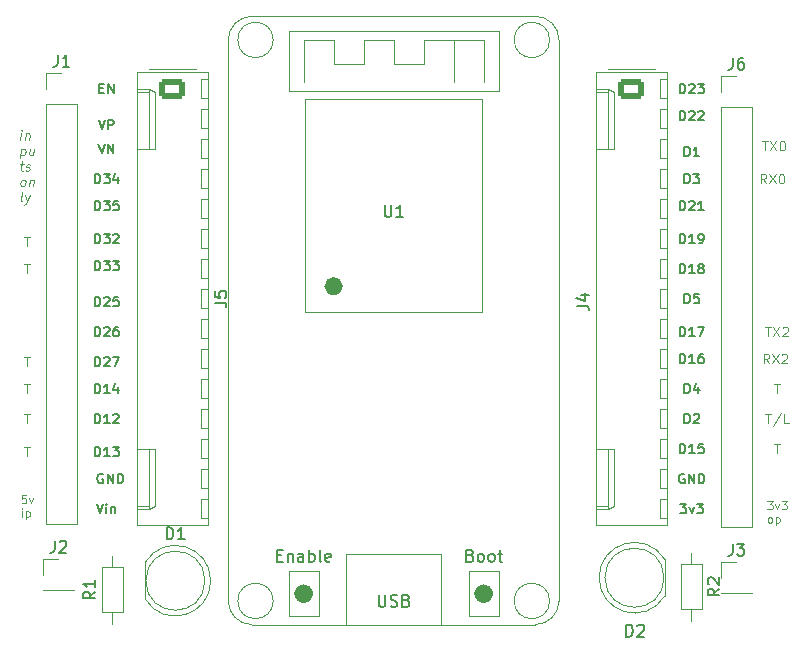
<source format=gto>
%TF.GenerationSoftware,KiCad,Pcbnew,8.0.7*%
%TF.CreationDate,2025-01-22T20:40:03+05:30*%
%TF.ProjectId,Esp_Test,4573705f-5465-4737-942e-6b696361645f,rev?*%
%TF.SameCoordinates,Original*%
%TF.FileFunction,Legend,Top*%
%TF.FilePolarity,Positive*%
%FSLAX46Y46*%
G04 Gerber Fmt 4.6, Leading zero omitted, Abs format (unit mm)*
G04 Created by KiCad (PCBNEW 8.0.7) date 2025-01-22 20:40:03*
%MOMM*%
%LPD*%
G01*
G04 APERTURE LIST*
G04 Aperture macros list*
%AMRoundRect*
0 Rectangle with rounded corners*
0 $1 Rounding radius*
0 $2 $3 $4 $5 $6 $7 $8 $9 X,Y pos of 4 corners*
0 Add a 4 corners polygon primitive as box body*
4,1,4,$2,$3,$4,$5,$6,$7,$8,$9,$2,$3,0*
0 Add four circle primitives for the rounded corners*
1,1,$1+$1,$2,$3*
1,1,$1+$1,$4,$5*
1,1,$1+$1,$6,$7*
1,1,$1+$1,$8,$9*
0 Add four rect primitives between the rounded corners*
20,1,$1+$1,$2,$3,$4,$5,0*
20,1,$1+$1,$4,$5,$6,$7,0*
20,1,$1+$1,$6,$7,$8,$9,0*
20,1,$1+$1,$8,$9,$2,$3,0*%
G04 Aperture macros list end*
%ADD10C,0.152400*%
%ADD11C,0.101600*%
%ADD12C,0.062500*%
%ADD13C,0.150000*%
%ADD14C,0.120000*%
%ADD15C,1.000000*%
%ADD16C,0.800000*%
%ADD17R,1.700000X1.700000*%
%ADD18RoundRect,0.250000X-0.845000X0.620000X-0.845000X-0.620000X0.845000X-0.620000X0.845000X0.620000X0*%
%ADD19O,2.190000X1.740000*%
%ADD20R,2.300000X1.700000*%
%ADD21C,1.400000*%
%ADD22O,1.400000X1.400000*%
%ADD23O,1.700000X1.700000*%
%ADD24R,1.800000X1.800000*%
%ADD25C,1.800000*%
G04 APERTURE END LIST*
D10*
X201498072Y-44545803D02*
X201769005Y-45358603D01*
X201769005Y-45358603D02*
X202039939Y-44545803D01*
X202310872Y-45358603D02*
X202310872Y-44545803D01*
X202310872Y-44545803D02*
X202775329Y-45358603D01*
X202775329Y-45358603D02*
X202775329Y-44545803D01*
X201887539Y-72524508D02*
X201810129Y-72485803D01*
X201810129Y-72485803D02*
X201694015Y-72485803D01*
X201694015Y-72485803D02*
X201577901Y-72524508D01*
X201577901Y-72524508D02*
X201500491Y-72601918D01*
X201500491Y-72601918D02*
X201461786Y-72679327D01*
X201461786Y-72679327D02*
X201423082Y-72834146D01*
X201423082Y-72834146D02*
X201423082Y-72950260D01*
X201423082Y-72950260D02*
X201461786Y-73105079D01*
X201461786Y-73105079D02*
X201500491Y-73182489D01*
X201500491Y-73182489D02*
X201577901Y-73259899D01*
X201577901Y-73259899D02*
X201694015Y-73298603D01*
X201694015Y-73298603D02*
X201771424Y-73298603D01*
X201771424Y-73298603D02*
X201887539Y-73259899D01*
X201887539Y-73259899D02*
X201926243Y-73221194D01*
X201926243Y-73221194D02*
X201926243Y-72950260D01*
X201926243Y-72950260D02*
X201771424Y-72950260D01*
X202274586Y-73298603D02*
X202274586Y-72485803D01*
X202274586Y-72485803D02*
X202739043Y-73298603D01*
X202739043Y-73298603D02*
X202739043Y-72485803D01*
X203126091Y-73298603D02*
X203126091Y-72485803D01*
X203126091Y-72485803D02*
X203319615Y-72485803D01*
X203319615Y-72485803D02*
X203435729Y-72524508D01*
X203435729Y-72524508D02*
X203513139Y-72601918D01*
X203513139Y-72601918D02*
X203551844Y-72679327D01*
X203551844Y-72679327D02*
X203590548Y-72834146D01*
X203590548Y-72834146D02*
X203590548Y-72950260D01*
X203590548Y-72950260D02*
X203551844Y-73105079D01*
X203551844Y-73105079D02*
X203513139Y-73182489D01*
X203513139Y-73182489D02*
X203435729Y-73259899D01*
X203435729Y-73259899D02*
X203319615Y-73298603D01*
X203319615Y-73298603D02*
X203126091Y-73298603D01*
X251124834Y-65678603D02*
X251124834Y-64865803D01*
X251124834Y-64865803D02*
X251318358Y-64865803D01*
X251318358Y-64865803D02*
X251434472Y-64904508D01*
X251434472Y-64904508D02*
X251511882Y-64981918D01*
X251511882Y-64981918D02*
X251550587Y-65059327D01*
X251550587Y-65059327D02*
X251589291Y-65214146D01*
X251589291Y-65214146D02*
X251589291Y-65330260D01*
X251589291Y-65330260D02*
X251550587Y-65485079D01*
X251550587Y-65485079D02*
X251511882Y-65562489D01*
X251511882Y-65562489D02*
X251434472Y-65639899D01*
X251434472Y-65639899D02*
X251318358Y-65678603D01*
X251318358Y-65678603D02*
X251124834Y-65678603D01*
X252285977Y-65136737D02*
X252285977Y-65678603D01*
X252092453Y-64827099D02*
X251898930Y-65407670D01*
X251898930Y-65407670D02*
X252402091Y-65407670D01*
X201594834Y-39852851D02*
X201865768Y-39852851D01*
X201981882Y-40278603D02*
X201594834Y-40278603D01*
X201594834Y-40278603D02*
X201594834Y-39465803D01*
X201594834Y-39465803D02*
X201981882Y-39465803D01*
X202330224Y-40278603D02*
X202330224Y-39465803D01*
X202330224Y-39465803D02*
X202794681Y-40278603D01*
X202794681Y-40278603D02*
X202794681Y-39465803D01*
X201362605Y-75025803D02*
X201633538Y-75838603D01*
X201633538Y-75838603D02*
X201904472Y-75025803D01*
X202175405Y-75838603D02*
X202175405Y-75296737D01*
X202175405Y-75025803D02*
X202136701Y-75064508D01*
X202136701Y-75064508D02*
X202175405Y-75103213D01*
X202175405Y-75103213D02*
X202214110Y-75064508D01*
X202214110Y-75064508D02*
X202175405Y-75025803D01*
X202175405Y-75025803D02*
X202175405Y-75103213D01*
X202562453Y-75296737D02*
X202562453Y-75838603D01*
X202562453Y-75374146D02*
X202601158Y-75335441D01*
X202601158Y-75335441D02*
X202678568Y-75296737D01*
X202678568Y-75296737D02*
X202794682Y-75296737D01*
X202794682Y-75296737D02*
X202872091Y-75335441D01*
X202872091Y-75335441D02*
X202910796Y-75412851D01*
X202910796Y-75412851D02*
X202910796Y-75838603D01*
X201207786Y-60852603D02*
X201207786Y-60039803D01*
X201207786Y-60039803D02*
X201401310Y-60039803D01*
X201401310Y-60039803D02*
X201517424Y-60078508D01*
X201517424Y-60078508D02*
X201594834Y-60155918D01*
X201594834Y-60155918D02*
X201633539Y-60233327D01*
X201633539Y-60233327D02*
X201672243Y-60388146D01*
X201672243Y-60388146D02*
X201672243Y-60504260D01*
X201672243Y-60504260D02*
X201633539Y-60659079D01*
X201633539Y-60659079D02*
X201594834Y-60736489D01*
X201594834Y-60736489D02*
X201517424Y-60813899D01*
X201517424Y-60813899D02*
X201401310Y-60852603D01*
X201401310Y-60852603D02*
X201207786Y-60852603D01*
X201981882Y-60117213D02*
X202020586Y-60078508D01*
X202020586Y-60078508D02*
X202097996Y-60039803D01*
X202097996Y-60039803D02*
X202291520Y-60039803D01*
X202291520Y-60039803D02*
X202368929Y-60078508D01*
X202368929Y-60078508D02*
X202407634Y-60117213D01*
X202407634Y-60117213D02*
X202446339Y-60194622D01*
X202446339Y-60194622D02*
X202446339Y-60272032D01*
X202446339Y-60272032D02*
X202407634Y-60388146D01*
X202407634Y-60388146D02*
X201943177Y-60852603D01*
X201943177Y-60852603D02*
X202446339Y-60852603D01*
X203143024Y-60039803D02*
X202988205Y-60039803D01*
X202988205Y-60039803D02*
X202910796Y-60078508D01*
X202910796Y-60078508D02*
X202872091Y-60117213D01*
X202872091Y-60117213D02*
X202794681Y-60233327D01*
X202794681Y-60233327D02*
X202755977Y-60388146D01*
X202755977Y-60388146D02*
X202755977Y-60697784D01*
X202755977Y-60697784D02*
X202794681Y-60775194D01*
X202794681Y-60775194D02*
X202833386Y-60813899D01*
X202833386Y-60813899D02*
X202910796Y-60852603D01*
X202910796Y-60852603D02*
X203065615Y-60852603D01*
X203065615Y-60852603D02*
X203143024Y-60813899D01*
X203143024Y-60813899D02*
X203181729Y-60775194D01*
X203181729Y-60775194D02*
X203220434Y-60697784D01*
X203220434Y-60697784D02*
X203220434Y-60504260D01*
X203220434Y-60504260D02*
X203181729Y-60426851D01*
X203181729Y-60426851D02*
X203143024Y-60388146D01*
X203143024Y-60388146D02*
X203065615Y-60349441D01*
X203065615Y-60349441D02*
X202910796Y-60349441D01*
X202910796Y-60349441D02*
X202833386Y-60388146D01*
X202833386Y-60388146D02*
X202794681Y-60426851D01*
X202794681Y-60426851D02*
X202755977Y-60504260D01*
X250737786Y-42564603D02*
X250737786Y-41751803D01*
X250737786Y-41751803D02*
X250931310Y-41751803D01*
X250931310Y-41751803D02*
X251047424Y-41790508D01*
X251047424Y-41790508D02*
X251124834Y-41867918D01*
X251124834Y-41867918D02*
X251163539Y-41945327D01*
X251163539Y-41945327D02*
X251202243Y-42100146D01*
X251202243Y-42100146D02*
X251202243Y-42216260D01*
X251202243Y-42216260D02*
X251163539Y-42371079D01*
X251163539Y-42371079D02*
X251124834Y-42448489D01*
X251124834Y-42448489D02*
X251047424Y-42525899D01*
X251047424Y-42525899D02*
X250931310Y-42564603D01*
X250931310Y-42564603D02*
X250737786Y-42564603D01*
X251511882Y-41829213D02*
X251550586Y-41790508D01*
X251550586Y-41790508D02*
X251627996Y-41751803D01*
X251627996Y-41751803D02*
X251821520Y-41751803D01*
X251821520Y-41751803D02*
X251898929Y-41790508D01*
X251898929Y-41790508D02*
X251937634Y-41829213D01*
X251937634Y-41829213D02*
X251976339Y-41906622D01*
X251976339Y-41906622D02*
X251976339Y-41984032D01*
X251976339Y-41984032D02*
X251937634Y-42100146D01*
X251937634Y-42100146D02*
X251473177Y-42564603D01*
X251473177Y-42564603D02*
X251976339Y-42564603D01*
X252285977Y-41829213D02*
X252324681Y-41790508D01*
X252324681Y-41790508D02*
X252402091Y-41751803D01*
X252402091Y-41751803D02*
X252595615Y-41751803D01*
X252595615Y-41751803D02*
X252673024Y-41790508D01*
X252673024Y-41790508D02*
X252711729Y-41829213D01*
X252711729Y-41829213D02*
X252750434Y-41906622D01*
X252750434Y-41906622D02*
X252750434Y-41984032D01*
X252750434Y-41984032D02*
X252711729Y-42100146D01*
X252711729Y-42100146D02*
X252247272Y-42564603D01*
X252247272Y-42564603D02*
X252750434Y-42564603D01*
D11*
X195216251Y-52422444D02*
X195680708Y-52422444D01*
X195448480Y-53235244D02*
X195448480Y-52422444D01*
D10*
X201207786Y-68218603D02*
X201207786Y-67405803D01*
X201207786Y-67405803D02*
X201401310Y-67405803D01*
X201401310Y-67405803D02*
X201517424Y-67444508D01*
X201517424Y-67444508D02*
X201594834Y-67521918D01*
X201594834Y-67521918D02*
X201633539Y-67599327D01*
X201633539Y-67599327D02*
X201672243Y-67754146D01*
X201672243Y-67754146D02*
X201672243Y-67870260D01*
X201672243Y-67870260D02*
X201633539Y-68025079D01*
X201633539Y-68025079D02*
X201594834Y-68102489D01*
X201594834Y-68102489D02*
X201517424Y-68179899D01*
X201517424Y-68179899D02*
X201401310Y-68218603D01*
X201401310Y-68218603D02*
X201207786Y-68218603D01*
X202446339Y-68218603D02*
X201981882Y-68218603D01*
X202214110Y-68218603D02*
X202214110Y-67405803D01*
X202214110Y-67405803D02*
X202136701Y-67521918D01*
X202136701Y-67521918D02*
X202059291Y-67599327D01*
X202059291Y-67599327D02*
X201981882Y-67638032D01*
X202755977Y-67483213D02*
X202794681Y-67444508D01*
X202794681Y-67444508D02*
X202872091Y-67405803D01*
X202872091Y-67405803D02*
X203065615Y-67405803D01*
X203065615Y-67405803D02*
X203143024Y-67444508D01*
X203143024Y-67444508D02*
X203181729Y-67483213D01*
X203181729Y-67483213D02*
X203220434Y-67560622D01*
X203220434Y-67560622D02*
X203220434Y-67638032D01*
X203220434Y-67638032D02*
X203181729Y-67754146D01*
X203181729Y-67754146D02*
X202717272Y-68218603D01*
X202717272Y-68218603D02*
X203220434Y-68218603D01*
X201207786Y-71012603D02*
X201207786Y-70199803D01*
X201207786Y-70199803D02*
X201401310Y-70199803D01*
X201401310Y-70199803D02*
X201517424Y-70238508D01*
X201517424Y-70238508D02*
X201594834Y-70315918D01*
X201594834Y-70315918D02*
X201633539Y-70393327D01*
X201633539Y-70393327D02*
X201672243Y-70548146D01*
X201672243Y-70548146D02*
X201672243Y-70664260D01*
X201672243Y-70664260D02*
X201633539Y-70819079D01*
X201633539Y-70819079D02*
X201594834Y-70896489D01*
X201594834Y-70896489D02*
X201517424Y-70973899D01*
X201517424Y-70973899D02*
X201401310Y-71012603D01*
X201401310Y-71012603D02*
X201207786Y-71012603D01*
X202446339Y-71012603D02*
X201981882Y-71012603D01*
X202214110Y-71012603D02*
X202214110Y-70199803D01*
X202214110Y-70199803D02*
X202136701Y-70315918D01*
X202136701Y-70315918D02*
X202059291Y-70393327D01*
X202059291Y-70393327D02*
X201981882Y-70432032D01*
X202717272Y-70199803D02*
X203220434Y-70199803D01*
X203220434Y-70199803D02*
X202949500Y-70509441D01*
X202949500Y-70509441D02*
X203065615Y-70509441D01*
X203065615Y-70509441D02*
X203143024Y-70548146D01*
X203143024Y-70548146D02*
X203181729Y-70586851D01*
X203181729Y-70586851D02*
X203220434Y-70664260D01*
X203220434Y-70664260D02*
X203220434Y-70857784D01*
X203220434Y-70857784D02*
X203181729Y-70935194D01*
X203181729Y-70935194D02*
X203143024Y-70973899D01*
X203143024Y-70973899D02*
X203065615Y-71012603D01*
X203065615Y-71012603D02*
X202833386Y-71012603D01*
X202833386Y-71012603D02*
X202755977Y-70973899D01*
X202755977Y-70973899D02*
X202717272Y-70935194D01*
X250737786Y-55518603D02*
X250737786Y-54705803D01*
X250737786Y-54705803D02*
X250931310Y-54705803D01*
X250931310Y-54705803D02*
X251047424Y-54744508D01*
X251047424Y-54744508D02*
X251124834Y-54821918D01*
X251124834Y-54821918D02*
X251163539Y-54899327D01*
X251163539Y-54899327D02*
X251202243Y-55054146D01*
X251202243Y-55054146D02*
X251202243Y-55170260D01*
X251202243Y-55170260D02*
X251163539Y-55325079D01*
X251163539Y-55325079D02*
X251124834Y-55402489D01*
X251124834Y-55402489D02*
X251047424Y-55479899D01*
X251047424Y-55479899D02*
X250931310Y-55518603D01*
X250931310Y-55518603D02*
X250737786Y-55518603D01*
X251976339Y-55518603D02*
X251511882Y-55518603D01*
X251744110Y-55518603D02*
X251744110Y-54705803D01*
X251744110Y-54705803D02*
X251666701Y-54821918D01*
X251666701Y-54821918D02*
X251589291Y-54899327D01*
X251589291Y-54899327D02*
X251511882Y-54938032D01*
X252440796Y-55054146D02*
X252363386Y-55015441D01*
X252363386Y-55015441D02*
X252324681Y-54976737D01*
X252324681Y-54976737D02*
X252285977Y-54899327D01*
X252285977Y-54899327D02*
X252285977Y-54860622D01*
X252285977Y-54860622D02*
X252324681Y-54783213D01*
X252324681Y-54783213D02*
X252363386Y-54744508D01*
X252363386Y-54744508D02*
X252440796Y-54705803D01*
X252440796Y-54705803D02*
X252595615Y-54705803D01*
X252595615Y-54705803D02*
X252673024Y-54744508D01*
X252673024Y-54744508D02*
X252711729Y-54783213D01*
X252711729Y-54783213D02*
X252750434Y-54860622D01*
X252750434Y-54860622D02*
X252750434Y-54899327D01*
X252750434Y-54899327D02*
X252711729Y-54976737D01*
X252711729Y-54976737D02*
X252673024Y-55015441D01*
X252673024Y-55015441D02*
X252595615Y-55054146D01*
X252595615Y-55054146D02*
X252440796Y-55054146D01*
X252440796Y-55054146D02*
X252363386Y-55092851D01*
X252363386Y-55092851D02*
X252324681Y-55131556D01*
X252324681Y-55131556D02*
X252285977Y-55208965D01*
X252285977Y-55208965D02*
X252285977Y-55363784D01*
X252285977Y-55363784D02*
X252324681Y-55441194D01*
X252324681Y-55441194D02*
X252363386Y-55479899D01*
X252363386Y-55479899D02*
X252440796Y-55518603D01*
X252440796Y-55518603D02*
X252595615Y-55518603D01*
X252595615Y-55518603D02*
X252673024Y-55479899D01*
X252673024Y-55479899D02*
X252711729Y-55441194D01*
X252711729Y-55441194D02*
X252750434Y-55363784D01*
X252750434Y-55363784D02*
X252750434Y-55208965D01*
X252750434Y-55208965D02*
X252711729Y-55131556D01*
X252711729Y-55131556D02*
X252673024Y-55092851D01*
X252673024Y-55092851D02*
X252595615Y-55054146D01*
X201207786Y-58312603D02*
X201207786Y-57499803D01*
X201207786Y-57499803D02*
X201401310Y-57499803D01*
X201401310Y-57499803D02*
X201517424Y-57538508D01*
X201517424Y-57538508D02*
X201594834Y-57615918D01*
X201594834Y-57615918D02*
X201633539Y-57693327D01*
X201633539Y-57693327D02*
X201672243Y-57848146D01*
X201672243Y-57848146D02*
X201672243Y-57964260D01*
X201672243Y-57964260D02*
X201633539Y-58119079D01*
X201633539Y-58119079D02*
X201594834Y-58196489D01*
X201594834Y-58196489D02*
X201517424Y-58273899D01*
X201517424Y-58273899D02*
X201401310Y-58312603D01*
X201401310Y-58312603D02*
X201207786Y-58312603D01*
X201981882Y-57577213D02*
X202020586Y-57538508D01*
X202020586Y-57538508D02*
X202097996Y-57499803D01*
X202097996Y-57499803D02*
X202291520Y-57499803D01*
X202291520Y-57499803D02*
X202368929Y-57538508D01*
X202368929Y-57538508D02*
X202407634Y-57577213D01*
X202407634Y-57577213D02*
X202446339Y-57654622D01*
X202446339Y-57654622D02*
X202446339Y-57732032D01*
X202446339Y-57732032D02*
X202407634Y-57848146D01*
X202407634Y-57848146D02*
X201943177Y-58312603D01*
X201943177Y-58312603D02*
X202446339Y-58312603D01*
X203181729Y-57499803D02*
X202794681Y-57499803D01*
X202794681Y-57499803D02*
X202755977Y-57886851D01*
X202755977Y-57886851D02*
X202794681Y-57848146D01*
X202794681Y-57848146D02*
X202872091Y-57809441D01*
X202872091Y-57809441D02*
X203065615Y-57809441D01*
X203065615Y-57809441D02*
X203143024Y-57848146D01*
X203143024Y-57848146D02*
X203181729Y-57886851D01*
X203181729Y-57886851D02*
X203220434Y-57964260D01*
X203220434Y-57964260D02*
X203220434Y-58157784D01*
X203220434Y-58157784D02*
X203181729Y-58235194D01*
X203181729Y-58235194D02*
X203143024Y-58273899D01*
X203143024Y-58273899D02*
X203065615Y-58312603D01*
X203065615Y-58312603D02*
X202872091Y-58312603D01*
X202872091Y-58312603D02*
X202794681Y-58273899D01*
X202794681Y-58273899D02*
X202755977Y-58235194D01*
X251124834Y-47898603D02*
X251124834Y-47085803D01*
X251124834Y-47085803D02*
X251318358Y-47085803D01*
X251318358Y-47085803D02*
X251434472Y-47124508D01*
X251434472Y-47124508D02*
X251511882Y-47201918D01*
X251511882Y-47201918D02*
X251550587Y-47279327D01*
X251550587Y-47279327D02*
X251589291Y-47434146D01*
X251589291Y-47434146D02*
X251589291Y-47550260D01*
X251589291Y-47550260D02*
X251550587Y-47705079D01*
X251550587Y-47705079D02*
X251511882Y-47782489D01*
X251511882Y-47782489D02*
X251434472Y-47859899D01*
X251434472Y-47859899D02*
X251318358Y-47898603D01*
X251318358Y-47898603D02*
X251124834Y-47898603D01*
X251860225Y-47085803D02*
X252363387Y-47085803D01*
X252363387Y-47085803D02*
X252092453Y-47395441D01*
X252092453Y-47395441D02*
X252208568Y-47395441D01*
X252208568Y-47395441D02*
X252285977Y-47434146D01*
X252285977Y-47434146D02*
X252324682Y-47472851D01*
X252324682Y-47472851D02*
X252363387Y-47550260D01*
X252363387Y-47550260D02*
X252363387Y-47743784D01*
X252363387Y-47743784D02*
X252324682Y-47821194D01*
X252324682Y-47821194D02*
X252285977Y-47859899D01*
X252285977Y-47859899D02*
X252208568Y-47898603D01*
X252208568Y-47898603D02*
X251976339Y-47898603D01*
X251976339Y-47898603D02*
X251898930Y-47859899D01*
X251898930Y-47859899D02*
X251860225Y-47821194D01*
X250737786Y-60852603D02*
X250737786Y-60039803D01*
X250737786Y-60039803D02*
X250931310Y-60039803D01*
X250931310Y-60039803D02*
X251047424Y-60078508D01*
X251047424Y-60078508D02*
X251124834Y-60155918D01*
X251124834Y-60155918D02*
X251163539Y-60233327D01*
X251163539Y-60233327D02*
X251202243Y-60388146D01*
X251202243Y-60388146D02*
X251202243Y-60504260D01*
X251202243Y-60504260D02*
X251163539Y-60659079D01*
X251163539Y-60659079D02*
X251124834Y-60736489D01*
X251124834Y-60736489D02*
X251047424Y-60813899D01*
X251047424Y-60813899D02*
X250931310Y-60852603D01*
X250931310Y-60852603D02*
X250737786Y-60852603D01*
X251976339Y-60852603D02*
X251511882Y-60852603D01*
X251744110Y-60852603D02*
X251744110Y-60039803D01*
X251744110Y-60039803D02*
X251666701Y-60155918D01*
X251666701Y-60155918D02*
X251589291Y-60233327D01*
X251589291Y-60233327D02*
X251511882Y-60272032D01*
X252247272Y-60039803D02*
X252789138Y-60039803D01*
X252789138Y-60039803D02*
X252440796Y-60852603D01*
D11*
X194901775Y-44190996D02*
X194969509Y-43649130D01*
X195003375Y-43378196D02*
X194959832Y-43416901D01*
X194959832Y-43416901D02*
X194993699Y-43455606D01*
X194993699Y-43455606D02*
X195037242Y-43416901D01*
X195037242Y-43416901D02*
X195003375Y-43378196D01*
X195003375Y-43378196D02*
X194993699Y-43455606D01*
X195356557Y-43649130D02*
X195288823Y-44190996D01*
X195346880Y-43726539D02*
X195390423Y-43687834D01*
X195390423Y-43687834D02*
X195472671Y-43649130D01*
X195472671Y-43649130D02*
X195588785Y-43649130D01*
X195588785Y-43649130D02*
X195661357Y-43687834D01*
X195661357Y-43687834D02*
X195690385Y-43765244D01*
X195690385Y-43765244D02*
X195637166Y-44190996D01*
X194969509Y-44957692D02*
X194867909Y-45770492D01*
X194964670Y-44996396D02*
X195046918Y-44957692D01*
X195046918Y-44957692D02*
X195201737Y-44957692D01*
X195201737Y-44957692D02*
X195274309Y-44996396D01*
X195274309Y-44996396D02*
X195308175Y-45035101D01*
X195308175Y-45035101D02*
X195337204Y-45112511D01*
X195337204Y-45112511D02*
X195308175Y-45344739D01*
X195308175Y-45344739D02*
X195259794Y-45422149D01*
X195259794Y-45422149D02*
X195216251Y-45460854D01*
X195216251Y-45460854D02*
X195134004Y-45499558D01*
X195134004Y-45499558D02*
X194979185Y-45499558D01*
X194979185Y-45499558D02*
X194906613Y-45460854D01*
X196053241Y-44957692D02*
X195985508Y-45499558D01*
X195704899Y-44957692D02*
X195651680Y-45383444D01*
X195651680Y-45383444D02*
X195680708Y-45460854D01*
X195680708Y-45460854D02*
X195753280Y-45499558D01*
X195753280Y-45499558D02*
X195869394Y-45499558D01*
X195869394Y-45499558D02*
X195951641Y-45460854D01*
X195951641Y-45460854D02*
X195995184Y-45422149D01*
X194853394Y-46266254D02*
X195163032Y-46266254D01*
X195003375Y-45995320D02*
X194916290Y-46692006D01*
X194916290Y-46692006D02*
X194945318Y-46769416D01*
X194945318Y-46769416D02*
X195017890Y-46808120D01*
X195017890Y-46808120D02*
X195095299Y-46808120D01*
X195332366Y-46769416D02*
X195404937Y-46808120D01*
X195404937Y-46808120D02*
X195559756Y-46808120D01*
X195559756Y-46808120D02*
X195642004Y-46769416D01*
X195642004Y-46769416D02*
X195690385Y-46692006D01*
X195690385Y-46692006D02*
X195695223Y-46653301D01*
X195695223Y-46653301D02*
X195666194Y-46575892D01*
X195666194Y-46575892D02*
X195593623Y-46537187D01*
X195593623Y-46537187D02*
X195477508Y-46537187D01*
X195477508Y-46537187D02*
X195404937Y-46498482D01*
X195404937Y-46498482D02*
X195375908Y-46421073D01*
X195375908Y-46421073D02*
X195380747Y-46382368D01*
X195380747Y-46382368D02*
X195429127Y-46304958D01*
X195429127Y-46304958D02*
X195511375Y-46266254D01*
X195511375Y-46266254D02*
X195627489Y-46266254D01*
X195627489Y-46266254D02*
X195700061Y-46304958D01*
X195017890Y-48116682D02*
X194945318Y-48077978D01*
X194945318Y-48077978D02*
X194911451Y-48039273D01*
X194911451Y-48039273D02*
X194882423Y-47961863D01*
X194882423Y-47961863D02*
X194911451Y-47729635D01*
X194911451Y-47729635D02*
X194959832Y-47652225D01*
X194959832Y-47652225D02*
X195003375Y-47613520D01*
X195003375Y-47613520D02*
X195085623Y-47574816D01*
X195085623Y-47574816D02*
X195201737Y-47574816D01*
X195201737Y-47574816D02*
X195274309Y-47613520D01*
X195274309Y-47613520D02*
X195308175Y-47652225D01*
X195308175Y-47652225D02*
X195337204Y-47729635D01*
X195337204Y-47729635D02*
X195308175Y-47961863D01*
X195308175Y-47961863D02*
X195259794Y-48039273D01*
X195259794Y-48039273D02*
X195216251Y-48077978D01*
X195216251Y-48077978D02*
X195134004Y-48116682D01*
X195134004Y-48116682D02*
X195017890Y-48116682D01*
X195704899Y-47574816D02*
X195637165Y-48116682D01*
X195695222Y-47652225D02*
X195738765Y-47613520D01*
X195738765Y-47613520D02*
X195821013Y-47574816D01*
X195821013Y-47574816D02*
X195937127Y-47574816D01*
X195937127Y-47574816D02*
X196009699Y-47613520D01*
X196009699Y-47613520D02*
X196038727Y-47690930D01*
X196038727Y-47690930D02*
X195985508Y-48116682D01*
X195017890Y-49425244D02*
X194945318Y-49386540D01*
X194945318Y-49386540D02*
X194916290Y-49309130D01*
X194916290Y-49309130D02*
X195003375Y-48612444D01*
X195317851Y-48883378D02*
X195443642Y-49425244D01*
X195704899Y-48883378D02*
X195443642Y-49425244D01*
X195443642Y-49425244D02*
X195342042Y-49618768D01*
X195342042Y-49618768D02*
X195298499Y-49657473D01*
X195298499Y-49657473D02*
X195216251Y-49696178D01*
X195216251Y-64868444D02*
X195680708Y-64868444D01*
X195448480Y-65681244D02*
X195448480Y-64868444D01*
X195216251Y-54708444D02*
X195680708Y-54708444D01*
X195448480Y-55521244D02*
X195448480Y-54708444D01*
D10*
X250737786Y-52978603D02*
X250737786Y-52165803D01*
X250737786Y-52165803D02*
X250931310Y-52165803D01*
X250931310Y-52165803D02*
X251047424Y-52204508D01*
X251047424Y-52204508D02*
X251124834Y-52281918D01*
X251124834Y-52281918D02*
X251163539Y-52359327D01*
X251163539Y-52359327D02*
X251202243Y-52514146D01*
X251202243Y-52514146D02*
X251202243Y-52630260D01*
X251202243Y-52630260D02*
X251163539Y-52785079D01*
X251163539Y-52785079D02*
X251124834Y-52862489D01*
X251124834Y-52862489D02*
X251047424Y-52939899D01*
X251047424Y-52939899D02*
X250931310Y-52978603D01*
X250931310Y-52978603D02*
X250737786Y-52978603D01*
X251976339Y-52978603D02*
X251511882Y-52978603D01*
X251744110Y-52978603D02*
X251744110Y-52165803D01*
X251744110Y-52165803D02*
X251666701Y-52281918D01*
X251666701Y-52281918D02*
X251589291Y-52359327D01*
X251589291Y-52359327D02*
X251511882Y-52398032D01*
X252363386Y-52978603D02*
X252518205Y-52978603D01*
X252518205Y-52978603D02*
X252595615Y-52939899D01*
X252595615Y-52939899D02*
X252634319Y-52901194D01*
X252634319Y-52901194D02*
X252711729Y-52785079D01*
X252711729Y-52785079D02*
X252750434Y-52630260D01*
X252750434Y-52630260D02*
X252750434Y-52320622D01*
X252750434Y-52320622D02*
X252711729Y-52243213D01*
X252711729Y-52243213D02*
X252673024Y-52204508D01*
X252673024Y-52204508D02*
X252595615Y-52165803D01*
X252595615Y-52165803D02*
X252440796Y-52165803D01*
X252440796Y-52165803D02*
X252363386Y-52204508D01*
X252363386Y-52204508D02*
X252324681Y-52243213D01*
X252324681Y-52243213D02*
X252285977Y-52320622D01*
X252285977Y-52320622D02*
X252285977Y-52514146D01*
X252285977Y-52514146D02*
X252324681Y-52591556D01*
X252324681Y-52591556D02*
X252363386Y-52630260D01*
X252363386Y-52630260D02*
X252440796Y-52668965D01*
X252440796Y-52668965D02*
X252595615Y-52668965D01*
X252595615Y-52668965D02*
X252673024Y-52630260D01*
X252673024Y-52630260D02*
X252711729Y-52591556D01*
X252711729Y-52591556D02*
X252750434Y-52514146D01*
D12*
X195370126Y-74284122D02*
X195036792Y-74284122D01*
X195036792Y-74284122D02*
X195003459Y-74617455D01*
X195003459Y-74617455D02*
X195036792Y-74584122D01*
X195036792Y-74584122D02*
X195103459Y-74550789D01*
X195103459Y-74550789D02*
X195270126Y-74550789D01*
X195270126Y-74550789D02*
X195336792Y-74584122D01*
X195336792Y-74584122D02*
X195370126Y-74617455D01*
X195370126Y-74617455D02*
X195403459Y-74684122D01*
X195403459Y-74684122D02*
X195403459Y-74850789D01*
X195403459Y-74850789D02*
X195370126Y-74917455D01*
X195370126Y-74917455D02*
X195336792Y-74950789D01*
X195336792Y-74950789D02*
X195270126Y-74984122D01*
X195270126Y-74984122D02*
X195103459Y-74984122D01*
X195103459Y-74984122D02*
X195036792Y-74950789D01*
X195036792Y-74950789D02*
X195003459Y-74917455D01*
X195636793Y-74517455D02*
X195803459Y-74984122D01*
X195803459Y-74984122D02*
X195970126Y-74517455D01*
X195036792Y-76111083D02*
X195036792Y-75644416D01*
X195036792Y-75411083D02*
X195003459Y-75444416D01*
X195003459Y-75444416D02*
X195036792Y-75477750D01*
X195036792Y-75477750D02*
X195070126Y-75444416D01*
X195070126Y-75444416D02*
X195036792Y-75411083D01*
X195036792Y-75411083D02*
X195036792Y-75477750D01*
X195370125Y-75644416D02*
X195370125Y-76344416D01*
X195370125Y-75677750D02*
X195436792Y-75644416D01*
X195436792Y-75644416D02*
X195570125Y-75644416D01*
X195570125Y-75644416D02*
X195636792Y-75677750D01*
X195636792Y-75677750D02*
X195670125Y-75711083D01*
X195670125Y-75711083D02*
X195703459Y-75777750D01*
X195703459Y-75777750D02*
X195703459Y-75977750D01*
X195703459Y-75977750D02*
X195670125Y-76044416D01*
X195670125Y-76044416D02*
X195636792Y-76077750D01*
X195636792Y-76077750D02*
X195570125Y-76111083D01*
X195570125Y-76111083D02*
X195436792Y-76111083D01*
X195436792Y-76111083D02*
X195370125Y-76077750D01*
D11*
X257700251Y-44294444D02*
X258164708Y-44294444D01*
X257932480Y-45107244D02*
X257932480Y-44294444D01*
X258358232Y-44294444D02*
X258900098Y-45107244D01*
X258900098Y-44294444D02*
X258358232Y-45107244D01*
X259364555Y-44294444D02*
X259441965Y-44294444D01*
X259441965Y-44294444D02*
X259519374Y-44333149D01*
X259519374Y-44333149D02*
X259558079Y-44371854D01*
X259558079Y-44371854D02*
X259596784Y-44449263D01*
X259596784Y-44449263D02*
X259635489Y-44604082D01*
X259635489Y-44604082D02*
X259635489Y-44797606D01*
X259635489Y-44797606D02*
X259596784Y-44952425D01*
X259596784Y-44952425D02*
X259558079Y-45029835D01*
X259558079Y-45029835D02*
X259519374Y-45068540D01*
X259519374Y-45068540D02*
X259441965Y-45107244D01*
X259441965Y-45107244D02*
X259364555Y-45107244D01*
X259364555Y-45107244D02*
X259287146Y-45068540D01*
X259287146Y-45068540D02*
X259248441Y-45029835D01*
X259248441Y-45029835D02*
X259209736Y-44952425D01*
X259209736Y-44952425D02*
X259171032Y-44797606D01*
X259171032Y-44797606D02*
X259171032Y-44604082D01*
X259171032Y-44604082D02*
X259209736Y-44449263D01*
X259209736Y-44449263D02*
X259248441Y-44371854D01*
X259248441Y-44371854D02*
X259287146Y-44333149D01*
X259287146Y-44333149D02*
X259364555Y-44294444D01*
D10*
X251124834Y-45612603D02*
X251124834Y-44799803D01*
X251124834Y-44799803D02*
X251318358Y-44799803D01*
X251318358Y-44799803D02*
X251434472Y-44838508D01*
X251434472Y-44838508D02*
X251511882Y-44915918D01*
X251511882Y-44915918D02*
X251550587Y-44993327D01*
X251550587Y-44993327D02*
X251589291Y-45148146D01*
X251589291Y-45148146D02*
X251589291Y-45264260D01*
X251589291Y-45264260D02*
X251550587Y-45419079D01*
X251550587Y-45419079D02*
X251511882Y-45496489D01*
X251511882Y-45496489D02*
X251434472Y-45573899D01*
X251434472Y-45573899D02*
X251318358Y-45612603D01*
X251318358Y-45612603D02*
X251124834Y-45612603D01*
X252363387Y-45612603D02*
X251898930Y-45612603D01*
X252131158Y-45612603D02*
X252131158Y-44799803D01*
X252131158Y-44799803D02*
X252053749Y-44915918D01*
X252053749Y-44915918D02*
X251976339Y-44993327D01*
X251976339Y-44993327D02*
X251898930Y-45032032D01*
X250737786Y-40278603D02*
X250737786Y-39465803D01*
X250737786Y-39465803D02*
X250931310Y-39465803D01*
X250931310Y-39465803D02*
X251047424Y-39504508D01*
X251047424Y-39504508D02*
X251124834Y-39581918D01*
X251124834Y-39581918D02*
X251163539Y-39659327D01*
X251163539Y-39659327D02*
X251202243Y-39814146D01*
X251202243Y-39814146D02*
X251202243Y-39930260D01*
X251202243Y-39930260D02*
X251163539Y-40085079D01*
X251163539Y-40085079D02*
X251124834Y-40162489D01*
X251124834Y-40162489D02*
X251047424Y-40239899D01*
X251047424Y-40239899D02*
X250931310Y-40278603D01*
X250931310Y-40278603D02*
X250737786Y-40278603D01*
X251511882Y-39543213D02*
X251550586Y-39504508D01*
X251550586Y-39504508D02*
X251627996Y-39465803D01*
X251627996Y-39465803D02*
X251821520Y-39465803D01*
X251821520Y-39465803D02*
X251898929Y-39504508D01*
X251898929Y-39504508D02*
X251937634Y-39543213D01*
X251937634Y-39543213D02*
X251976339Y-39620622D01*
X251976339Y-39620622D02*
X251976339Y-39698032D01*
X251976339Y-39698032D02*
X251937634Y-39814146D01*
X251937634Y-39814146D02*
X251473177Y-40278603D01*
X251473177Y-40278603D02*
X251976339Y-40278603D01*
X252247272Y-39465803D02*
X252750434Y-39465803D01*
X252750434Y-39465803D02*
X252479500Y-39775441D01*
X252479500Y-39775441D02*
X252595615Y-39775441D01*
X252595615Y-39775441D02*
X252673024Y-39814146D01*
X252673024Y-39814146D02*
X252711729Y-39852851D01*
X252711729Y-39852851D02*
X252750434Y-39930260D01*
X252750434Y-39930260D02*
X252750434Y-40123784D01*
X252750434Y-40123784D02*
X252711729Y-40201194D01*
X252711729Y-40201194D02*
X252673024Y-40239899D01*
X252673024Y-40239899D02*
X252595615Y-40278603D01*
X252595615Y-40278603D02*
X252363386Y-40278603D01*
X252363386Y-40278603D02*
X252285977Y-40239899D01*
X252285977Y-40239899D02*
X252247272Y-40201194D01*
X201207786Y-47898603D02*
X201207786Y-47085803D01*
X201207786Y-47085803D02*
X201401310Y-47085803D01*
X201401310Y-47085803D02*
X201517424Y-47124508D01*
X201517424Y-47124508D02*
X201594834Y-47201918D01*
X201594834Y-47201918D02*
X201633539Y-47279327D01*
X201633539Y-47279327D02*
X201672243Y-47434146D01*
X201672243Y-47434146D02*
X201672243Y-47550260D01*
X201672243Y-47550260D02*
X201633539Y-47705079D01*
X201633539Y-47705079D02*
X201594834Y-47782489D01*
X201594834Y-47782489D02*
X201517424Y-47859899D01*
X201517424Y-47859899D02*
X201401310Y-47898603D01*
X201401310Y-47898603D02*
X201207786Y-47898603D01*
X201943177Y-47085803D02*
X202446339Y-47085803D01*
X202446339Y-47085803D02*
X202175405Y-47395441D01*
X202175405Y-47395441D02*
X202291520Y-47395441D01*
X202291520Y-47395441D02*
X202368929Y-47434146D01*
X202368929Y-47434146D02*
X202407634Y-47472851D01*
X202407634Y-47472851D02*
X202446339Y-47550260D01*
X202446339Y-47550260D02*
X202446339Y-47743784D01*
X202446339Y-47743784D02*
X202407634Y-47821194D01*
X202407634Y-47821194D02*
X202368929Y-47859899D01*
X202368929Y-47859899D02*
X202291520Y-47898603D01*
X202291520Y-47898603D02*
X202059291Y-47898603D01*
X202059291Y-47898603D02*
X201981882Y-47859899D01*
X201981882Y-47859899D02*
X201943177Y-47821194D01*
X203143024Y-47356737D02*
X203143024Y-47898603D01*
X202949500Y-47047099D02*
X202755977Y-47627670D01*
X202755977Y-47627670D02*
X203259138Y-47627670D01*
X251105482Y-72524508D02*
X251028072Y-72485803D01*
X251028072Y-72485803D02*
X250911958Y-72485803D01*
X250911958Y-72485803D02*
X250795844Y-72524508D01*
X250795844Y-72524508D02*
X250718434Y-72601918D01*
X250718434Y-72601918D02*
X250679729Y-72679327D01*
X250679729Y-72679327D02*
X250641025Y-72834146D01*
X250641025Y-72834146D02*
X250641025Y-72950260D01*
X250641025Y-72950260D02*
X250679729Y-73105079D01*
X250679729Y-73105079D02*
X250718434Y-73182489D01*
X250718434Y-73182489D02*
X250795844Y-73259899D01*
X250795844Y-73259899D02*
X250911958Y-73298603D01*
X250911958Y-73298603D02*
X250989367Y-73298603D01*
X250989367Y-73298603D02*
X251105482Y-73259899D01*
X251105482Y-73259899D02*
X251144186Y-73221194D01*
X251144186Y-73221194D02*
X251144186Y-72950260D01*
X251144186Y-72950260D02*
X250989367Y-72950260D01*
X251492529Y-73298603D02*
X251492529Y-72485803D01*
X251492529Y-72485803D02*
X251956986Y-73298603D01*
X251956986Y-73298603D02*
X251956986Y-72485803D01*
X252344034Y-73298603D02*
X252344034Y-72485803D01*
X252344034Y-72485803D02*
X252537558Y-72485803D01*
X252537558Y-72485803D02*
X252653672Y-72524508D01*
X252653672Y-72524508D02*
X252731082Y-72601918D01*
X252731082Y-72601918D02*
X252769787Y-72679327D01*
X252769787Y-72679327D02*
X252808491Y-72834146D01*
X252808491Y-72834146D02*
X252808491Y-72950260D01*
X252808491Y-72950260D02*
X252769787Y-73105079D01*
X252769787Y-73105079D02*
X252731082Y-73182489D01*
X252731082Y-73182489D02*
X252653672Y-73259899D01*
X252653672Y-73259899D02*
X252537558Y-73298603D01*
X252537558Y-73298603D02*
X252344034Y-73298603D01*
X251124834Y-68218603D02*
X251124834Y-67405803D01*
X251124834Y-67405803D02*
X251318358Y-67405803D01*
X251318358Y-67405803D02*
X251434472Y-67444508D01*
X251434472Y-67444508D02*
X251511882Y-67521918D01*
X251511882Y-67521918D02*
X251550587Y-67599327D01*
X251550587Y-67599327D02*
X251589291Y-67754146D01*
X251589291Y-67754146D02*
X251589291Y-67870260D01*
X251589291Y-67870260D02*
X251550587Y-68025079D01*
X251550587Y-68025079D02*
X251511882Y-68102489D01*
X251511882Y-68102489D02*
X251434472Y-68179899D01*
X251434472Y-68179899D02*
X251318358Y-68218603D01*
X251318358Y-68218603D02*
X251124834Y-68218603D01*
X251898930Y-67483213D02*
X251937634Y-67444508D01*
X251937634Y-67444508D02*
X252015044Y-67405803D01*
X252015044Y-67405803D02*
X252208568Y-67405803D01*
X252208568Y-67405803D02*
X252285977Y-67444508D01*
X252285977Y-67444508D02*
X252324682Y-67483213D01*
X252324682Y-67483213D02*
X252363387Y-67560622D01*
X252363387Y-67560622D02*
X252363387Y-67638032D01*
X252363387Y-67638032D02*
X252324682Y-67754146D01*
X252324682Y-67754146D02*
X251860225Y-68218603D01*
X251860225Y-68218603D02*
X252363387Y-68218603D01*
X201207786Y-52978603D02*
X201207786Y-52165803D01*
X201207786Y-52165803D02*
X201401310Y-52165803D01*
X201401310Y-52165803D02*
X201517424Y-52204508D01*
X201517424Y-52204508D02*
X201594834Y-52281918D01*
X201594834Y-52281918D02*
X201633539Y-52359327D01*
X201633539Y-52359327D02*
X201672243Y-52514146D01*
X201672243Y-52514146D02*
X201672243Y-52630260D01*
X201672243Y-52630260D02*
X201633539Y-52785079D01*
X201633539Y-52785079D02*
X201594834Y-52862489D01*
X201594834Y-52862489D02*
X201517424Y-52939899D01*
X201517424Y-52939899D02*
X201401310Y-52978603D01*
X201401310Y-52978603D02*
X201207786Y-52978603D01*
X201943177Y-52165803D02*
X202446339Y-52165803D01*
X202446339Y-52165803D02*
X202175405Y-52475441D01*
X202175405Y-52475441D02*
X202291520Y-52475441D01*
X202291520Y-52475441D02*
X202368929Y-52514146D01*
X202368929Y-52514146D02*
X202407634Y-52552851D01*
X202407634Y-52552851D02*
X202446339Y-52630260D01*
X202446339Y-52630260D02*
X202446339Y-52823784D01*
X202446339Y-52823784D02*
X202407634Y-52901194D01*
X202407634Y-52901194D02*
X202368929Y-52939899D01*
X202368929Y-52939899D02*
X202291520Y-52978603D01*
X202291520Y-52978603D02*
X202059291Y-52978603D01*
X202059291Y-52978603D02*
X201981882Y-52939899D01*
X201981882Y-52939899D02*
X201943177Y-52901194D01*
X202755977Y-52243213D02*
X202794681Y-52204508D01*
X202794681Y-52204508D02*
X202872091Y-52165803D01*
X202872091Y-52165803D02*
X203065615Y-52165803D01*
X203065615Y-52165803D02*
X203143024Y-52204508D01*
X203143024Y-52204508D02*
X203181729Y-52243213D01*
X203181729Y-52243213D02*
X203220434Y-52320622D01*
X203220434Y-52320622D02*
X203220434Y-52398032D01*
X203220434Y-52398032D02*
X203181729Y-52514146D01*
X203181729Y-52514146D02*
X202717272Y-52978603D01*
X202717272Y-52978603D02*
X203220434Y-52978603D01*
X201517424Y-42513803D02*
X201788357Y-43326603D01*
X201788357Y-43326603D02*
X202059291Y-42513803D01*
X202330224Y-43326603D02*
X202330224Y-42513803D01*
X202330224Y-42513803D02*
X202639862Y-42513803D01*
X202639862Y-42513803D02*
X202717272Y-42552508D01*
X202717272Y-42552508D02*
X202755977Y-42591213D01*
X202755977Y-42591213D02*
X202794681Y-42668622D01*
X202794681Y-42668622D02*
X202794681Y-42784737D01*
X202794681Y-42784737D02*
X202755977Y-42862146D01*
X202755977Y-42862146D02*
X202717272Y-42900851D01*
X202717272Y-42900851D02*
X202639862Y-42939556D01*
X202639862Y-42939556D02*
X202330224Y-42939556D01*
D11*
X195216251Y-67408444D02*
X195680708Y-67408444D01*
X195448480Y-68221244D02*
X195448480Y-67408444D01*
D12*
X258148888Y-74792122D02*
X258582221Y-74792122D01*
X258582221Y-74792122D02*
X258348888Y-75058789D01*
X258348888Y-75058789D02*
X258448888Y-75058789D01*
X258448888Y-75058789D02*
X258515554Y-75092122D01*
X258515554Y-75092122D02*
X258548888Y-75125455D01*
X258548888Y-75125455D02*
X258582221Y-75192122D01*
X258582221Y-75192122D02*
X258582221Y-75358789D01*
X258582221Y-75358789D02*
X258548888Y-75425455D01*
X258548888Y-75425455D02*
X258515554Y-75458789D01*
X258515554Y-75458789D02*
X258448888Y-75492122D01*
X258448888Y-75492122D02*
X258248888Y-75492122D01*
X258248888Y-75492122D02*
X258182221Y-75458789D01*
X258182221Y-75458789D02*
X258148888Y-75425455D01*
X258815555Y-75025455D02*
X258982221Y-75492122D01*
X258982221Y-75492122D02*
X259148888Y-75025455D01*
X259348888Y-74792122D02*
X259782221Y-74792122D01*
X259782221Y-74792122D02*
X259548888Y-75058789D01*
X259548888Y-75058789D02*
X259648888Y-75058789D01*
X259648888Y-75058789D02*
X259715554Y-75092122D01*
X259715554Y-75092122D02*
X259748888Y-75125455D01*
X259748888Y-75125455D02*
X259782221Y-75192122D01*
X259782221Y-75192122D02*
X259782221Y-75358789D01*
X259782221Y-75358789D02*
X259748888Y-75425455D01*
X259748888Y-75425455D02*
X259715554Y-75458789D01*
X259715554Y-75458789D02*
X259648888Y-75492122D01*
X259648888Y-75492122D02*
X259448888Y-75492122D01*
X259448888Y-75492122D02*
X259382221Y-75458789D01*
X259382221Y-75458789D02*
X259348888Y-75425455D01*
X258315554Y-76619083D02*
X258248888Y-76585750D01*
X258248888Y-76585750D02*
X258215554Y-76552416D01*
X258215554Y-76552416D02*
X258182221Y-76485750D01*
X258182221Y-76485750D02*
X258182221Y-76285750D01*
X258182221Y-76285750D02*
X258215554Y-76219083D01*
X258215554Y-76219083D02*
X258248888Y-76185750D01*
X258248888Y-76185750D02*
X258315554Y-76152416D01*
X258315554Y-76152416D02*
X258415554Y-76152416D01*
X258415554Y-76152416D02*
X258482221Y-76185750D01*
X258482221Y-76185750D02*
X258515554Y-76219083D01*
X258515554Y-76219083D02*
X258548888Y-76285750D01*
X258548888Y-76285750D02*
X258548888Y-76485750D01*
X258548888Y-76485750D02*
X258515554Y-76552416D01*
X258515554Y-76552416D02*
X258482221Y-76585750D01*
X258482221Y-76585750D02*
X258415554Y-76619083D01*
X258415554Y-76619083D02*
X258315554Y-76619083D01*
X258848887Y-76152416D02*
X258848887Y-76852416D01*
X258848887Y-76185750D02*
X258915554Y-76152416D01*
X258915554Y-76152416D02*
X259048887Y-76152416D01*
X259048887Y-76152416D02*
X259115554Y-76185750D01*
X259115554Y-76185750D02*
X259148887Y-76219083D01*
X259148887Y-76219083D02*
X259182221Y-76285750D01*
X259182221Y-76285750D02*
X259182221Y-76485750D01*
X259182221Y-76485750D02*
X259148887Y-76552416D01*
X259148887Y-76552416D02*
X259115554Y-76585750D01*
X259115554Y-76585750D02*
X259048887Y-76619083D01*
X259048887Y-76619083D02*
X258915554Y-76619083D01*
X258915554Y-76619083D02*
X258848887Y-76585750D01*
D10*
X201207786Y-63392603D02*
X201207786Y-62579803D01*
X201207786Y-62579803D02*
X201401310Y-62579803D01*
X201401310Y-62579803D02*
X201517424Y-62618508D01*
X201517424Y-62618508D02*
X201594834Y-62695918D01*
X201594834Y-62695918D02*
X201633539Y-62773327D01*
X201633539Y-62773327D02*
X201672243Y-62928146D01*
X201672243Y-62928146D02*
X201672243Y-63044260D01*
X201672243Y-63044260D02*
X201633539Y-63199079D01*
X201633539Y-63199079D02*
X201594834Y-63276489D01*
X201594834Y-63276489D02*
X201517424Y-63353899D01*
X201517424Y-63353899D02*
X201401310Y-63392603D01*
X201401310Y-63392603D02*
X201207786Y-63392603D01*
X201981882Y-62657213D02*
X202020586Y-62618508D01*
X202020586Y-62618508D02*
X202097996Y-62579803D01*
X202097996Y-62579803D02*
X202291520Y-62579803D01*
X202291520Y-62579803D02*
X202368929Y-62618508D01*
X202368929Y-62618508D02*
X202407634Y-62657213D01*
X202407634Y-62657213D02*
X202446339Y-62734622D01*
X202446339Y-62734622D02*
X202446339Y-62812032D01*
X202446339Y-62812032D02*
X202407634Y-62928146D01*
X202407634Y-62928146D02*
X201943177Y-63392603D01*
X201943177Y-63392603D02*
X202446339Y-63392603D01*
X202717272Y-62579803D02*
X203259138Y-62579803D01*
X203259138Y-62579803D02*
X202910796Y-63392603D01*
D11*
X258728346Y-64868444D02*
X259192803Y-64868444D01*
X258960575Y-65681244D02*
X258960575Y-64868444D01*
D10*
X250737786Y-63138603D02*
X250737786Y-62325803D01*
X250737786Y-62325803D02*
X250931310Y-62325803D01*
X250931310Y-62325803D02*
X251047424Y-62364508D01*
X251047424Y-62364508D02*
X251124834Y-62441918D01*
X251124834Y-62441918D02*
X251163539Y-62519327D01*
X251163539Y-62519327D02*
X251202243Y-62674146D01*
X251202243Y-62674146D02*
X251202243Y-62790260D01*
X251202243Y-62790260D02*
X251163539Y-62945079D01*
X251163539Y-62945079D02*
X251124834Y-63022489D01*
X251124834Y-63022489D02*
X251047424Y-63099899D01*
X251047424Y-63099899D02*
X250931310Y-63138603D01*
X250931310Y-63138603D02*
X250737786Y-63138603D01*
X251976339Y-63138603D02*
X251511882Y-63138603D01*
X251744110Y-63138603D02*
X251744110Y-62325803D01*
X251744110Y-62325803D02*
X251666701Y-62441918D01*
X251666701Y-62441918D02*
X251589291Y-62519327D01*
X251589291Y-62519327D02*
X251511882Y-62558032D01*
X252673024Y-62325803D02*
X252518205Y-62325803D01*
X252518205Y-62325803D02*
X252440796Y-62364508D01*
X252440796Y-62364508D02*
X252402091Y-62403213D01*
X252402091Y-62403213D02*
X252324681Y-62519327D01*
X252324681Y-62519327D02*
X252285977Y-62674146D01*
X252285977Y-62674146D02*
X252285977Y-62983784D01*
X252285977Y-62983784D02*
X252324681Y-63061194D01*
X252324681Y-63061194D02*
X252363386Y-63099899D01*
X252363386Y-63099899D02*
X252440796Y-63138603D01*
X252440796Y-63138603D02*
X252595615Y-63138603D01*
X252595615Y-63138603D02*
X252673024Y-63099899D01*
X252673024Y-63099899D02*
X252711729Y-63061194D01*
X252711729Y-63061194D02*
X252750434Y-62983784D01*
X252750434Y-62983784D02*
X252750434Y-62790260D01*
X252750434Y-62790260D02*
X252711729Y-62712851D01*
X252711729Y-62712851D02*
X252673024Y-62674146D01*
X252673024Y-62674146D02*
X252595615Y-62635441D01*
X252595615Y-62635441D02*
X252440796Y-62635441D01*
X252440796Y-62635441D02*
X252363386Y-62674146D01*
X252363386Y-62674146D02*
X252324681Y-62712851D01*
X252324681Y-62712851D02*
X252285977Y-62790260D01*
X201207786Y-65678603D02*
X201207786Y-64865803D01*
X201207786Y-64865803D02*
X201401310Y-64865803D01*
X201401310Y-64865803D02*
X201517424Y-64904508D01*
X201517424Y-64904508D02*
X201594834Y-64981918D01*
X201594834Y-64981918D02*
X201633539Y-65059327D01*
X201633539Y-65059327D02*
X201672243Y-65214146D01*
X201672243Y-65214146D02*
X201672243Y-65330260D01*
X201672243Y-65330260D02*
X201633539Y-65485079D01*
X201633539Y-65485079D02*
X201594834Y-65562489D01*
X201594834Y-65562489D02*
X201517424Y-65639899D01*
X201517424Y-65639899D02*
X201401310Y-65678603D01*
X201401310Y-65678603D02*
X201207786Y-65678603D01*
X202446339Y-65678603D02*
X201981882Y-65678603D01*
X202214110Y-65678603D02*
X202214110Y-64865803D01*
X202214110Y-64865803D02*
X202136701Y-64981918D01*
X202136701Y-64981918D02*
X202059291Y-65059327D01*
X202059291Y-65059327D02*
X201981882Y-65098032D01*
X203143024Y-65136737D02*
X203143024Y-65678603D01*
X202949500Y-64827099D02*
X202755977Y-65407670D01*
X202755977Y-65407670D02*
X203259138Y-65407670D01*
D11*
X195216251Y-70202444D02*
X195680708Y-70202444D01*
X195448480Y-71015244D02*
X195448480Y-70202444D01*
X257973603Y-67408444D02*
X258438060Y-67408444D01*
X258205832Y-68221244D02*
X258205832Y-67408444D01*
X259289565Y-67369740D02*
X258592879Y-68414768D01*
X259947546Y-68221244D02*
X259560498Y-68221244D01*
X259560498Y-68221244D02*
X259560498Y-67408444D01*
D10*
X250737786Y-70758603D02*
X250737786Y-69945803D01*
X250737786Y-69945803D02*
X250931310Y-69945803D01*
X250931310Y-69945803D02*
X251047424Y-69984508D01*
X251047424Y-69984508D02*
X251124834Y-70061918D01*
X251124834Y-70061918D02*
X251163539Y-70139327D01*
X251163539Y-70139327D02*
X251202243Y-70294146D01*
X251202243Y-70294146D02*
X251202243Y-70410260D01*
X251202243Y-70410260D02*
X251163539Y-70565079D01*
X251163539Y-70565079D02*
X251124834Y-70642489D01*
X251124834Y-70642489D02*
X251047424Y-70719899D01*
X251047424Y-70719899D02*
X250931310Y-70758603D01*
X250931310Y-70758603D02*
X250737786Y-70758603D01*
X251976339Y-70758603D02*
X251511882Y-70758603D01*
X251744110Y-70758603D02*
X251744110Y-69945803D01*
X251744110Y-69945803D02*
X251666701Y-70061918D01*
X251666701Y-70061918D02*
X251589291Y-70139327D01*
X251589291Y-70139327D02*
X251511882Y-70178032D01*
X252711729Y-69945803D02*
X252324681Y-69945803D01*
X252324681Y-69945803D02*
X252285977Y-70332851D01*
X252285977Y-70332851D02*
X252324681Y-70294146D01*
X252324681Y-70294146D02*
X252402091Y-70255441D01*
X252402091Y-70255441D02*
X252595615Y-70255441D01*
X252595615Y-70255441D02*
X252673024Y-70294146D01*
X252673024Y-70294146D02*
X252711729Y-70332851D01*
X252711729Y-70332851D02*
X252750434Y-70410260D01*
X252750434Y-70410260D02*
X252750434Y-70603784D01*
X252750434Y-70603784D02*
X252711729Y-70681194D01*
X252711729Y-70681194D02*
X252673024Y-70719899D01*
X252673024Y-70719899D02*
X252595615Y-70758603D01*
X252595615Y-70758603D02*
X252402091Y-70758603D01*
X252402091Y-70758603D02*
X252324681Y-70719899D01*
X252324681Y-70719899D02*
X252285977Y-70681194D01*
X201207786Y-55264603D02*
X201207786Y-54451803D01*
X201207786Y-54451803D02*
X201401310Y-54451803D01*
X201401310Y-54451803D02*
X201517424Y-54490508D01*
X201517424Y-54490508D02*
X201594834Y-54567918D01*
X201594834Y-54567918D02*
X201633539Y-54645327D01*
X201633539Y-54645327D02*
X201672243Y-54800146D01*
X201672243Y-54800146D02*
X201672243Y-54916260D01*
X201672243Y-54916260D02*
X201633539Y-55071079D01*
X201633539Y-55071079D02*
X201594834Y-55148489D01*
X201594834Y-55148489D02*
X201517424Y-55225899D01*
X201517424Y-55225899D02*
X201401310Y-55264603D01*
X201401310Y-55264603D02*
X201207786Y-55264603D01*
X201943177Y-54451803D02*
X202446339Y-54451803D01*
X202446339Y-54451803D02*
X202175405Y-54761441D01*
X202175405Y-54761441D02*
X202291520Y-54761441D01*
X202291520Y-54761441D02*
X202368929Y-54800146D01*
X202368929Y-54800146D02*
X202407634Y-54838851D01*
X202407634Y-54838851D02*
X202446339Y-54916260D01*
X202446339Y-54916260D02*
X202446339Y-55109784D01*
X202446339Y-55109784D02*
X202407634Y-55187194D01*
X202407634Y-55187194D02*
X202368929Y-55225899D01*
X202368929Y-55225899D02*
X202291520Y-55264603D01*
X202291520Y-55264603D02*
X202059291Y-55264603D01*
X202059291Y-55264603D02*
X201981882Y-55225899D01*
X201981882Y-55225899D02*
X201943177Y-55187194D01*
X202717272Y-54451803D02*
X203220434Y-54451803D01*
X203220434Y-54451803D02*
X202949500Y-54761441D01*
X202949500Y-54761441D02*
X203065615Y-54761441D01*
X203065615Y-54761441D02*
X203143024Y-54800146D01*
X203143024Y-54800146D02*
X203181729Y-54838851D01*
X203181729Y-54838851D02*
X203220434Y-54916260D01*
X203220434Y-54916260D02*
X203220434Y-55109784D01*
X203220434Y-55109784D02*
X203181729Y-55187194D01*
X203181729Y-55187194D02*
X203143024Y-55225899D01*
X203143024Y-55225899D02*
X203065615Y-55264603D01*
X203065615Y-55264603D02*
X202833386Y-55264603D01*
X202833386Y-55264603D02*
X202755977Y-55225899D01*
X202755977Y-55225899D02*
X202717272Y-55187194D01*
X251124834Y-58058603D02*
X251124834Y-57245803D01*
X251124834Y-57245803D02*
X251318358Y-57245803D01*
X251318358Y-57245803D02*
X251434472Y-57284508D01*
X251434472Y-57284508D02*
X251511882Y-57361918D01*
X251511882Y-57361918D02*
X251550587Y-57439327D01*
X251550587Y-57439327D02*
X251589291Y-57594146D01*
X251589291Y-57594146D02*
X251589291Y-57710260D01*
X251589291Y-57710260D02*
X251550587Y-57865079D01*
X251550587Y-57865079D02*
X251511882Y-57942489D01*
X251511882Y-57942489D02*
X251434472Y-58019899D01*
X251434472Y-58019899D02*
X251318358Y-58058603D01*
X251318358Y-58058603D02*
X251124834Y-58058603D01*
X252324682Y-57245803D02*
X251937634Y-57245803D01*
X251937634Y-57245803D02*
X251898930Y-57632851D01*
X251898930Y-57632851D02*
X251937634Y-57594146D01*
X251937634Y-57594146D02*
X252015044Y-57555441D01*
X252015044Y-57555441D02*
X252208568Y-57555441D01*
X252208568Y-57555441D02*
X252285977Y-57594146D01*
X252285977Y-57594146D02*
X252324682Y-57632851D01*
X252324682Y-57632851D02*
X252363387Y-57710260D01*
X252363387Y-57710260D02*
X252363387Y-57903784D01*
X252363387Y-57903784D02*
X252324682Y-57981194D01*
X252324682Y-57981194D02*
X252285977Y-58019899D01*
X252285977Y-58019899D02*
X252208568Y-58058603D01*
X252208568Y-58058603D02*
X252015044Y-58058603D01*
X252015044Y-58058603D02*
X251937634Y-58019899D01*
X251937634Y-58019899D02*
X251898930Y-57981194D01*
X250737786Y-50184603D02*
X250737786Y-49371803D01*
X250737786Y-49371803D02*
X250931310Y-49371803D01*
X250931310Y-49371803D02*
X251047424Y-49410508D01*
X251047424Y-49410508D02*
X251124834Y-49487918D01*
X251124834Y-49487918D02*
X251163539Y-49565327D01*
X251163539Y-49565327D02*
X251202243Y-49720146D01*
X251202243Y-49720146D02*
X251202243Y-49836260D01*
X251202243Y-49836260D02*
X251163539Y-49991079D01*
X251163539Y-49991079D02*
X251124834Y-50068489D01*
X251124834Y-50068489D02*
X251047424Y-50145899D01*
X251047424Y-50145899D02*
X250931310Y-50184603D01*
X250931310Y-50184603D02*
X250737786Y-50184603D01*
X251511882Y-49449213D02*
X251550586Y-49410508D01*
X251550586Y-49410508D02*
X251627996Y-49371803D01*
X251627996Y-49371803D02*
X251821520Y-49371803D01*
X251821520Y-49371803D02*
X251898929Y-49410508D01*
X251898929Y-49410508D02*
X251937634Y-49449213D01*
X251937634Y-49449213D02*
X251976339Y-49526622D01*
X251976339Y-49526622D02*
X251976339Y-49604032D01*
X251976339Y-49604032D02*
X251937634Y-49720146D01*
X251937634Y-49720146D02*
X251473177Y-50184603D01*
X251473177Y-50184603D02*
X251976339Y-50184603D01*
X252750434Y-50184603D02*
X252285977Y-50184603D01*
X252518205Y-50184603D02*
X252518205Y-49371803D01*
X252518205Y-49371803D02*
X252440796Y-49487918D01*
X252440796Y-49487918D02*
X252363386Y-49565327D01*
X252363386Y-49565327D02*
X252285977Y-49604032D01*
D11*
X258026822Y-47901244D02*
X257755889Y-47514197D01*
X257562365Y-47901244D02*
X257562365Y-47088444D01*
X257562365Y-47088444D02*
X257872003Y-47088444D01*
X257872003Y-47088444D02*
X257949413Y-47127149D01*
X257949413Y-47127149D02*
X257988118Y-47165854D01*
X257988118Y-47165854D02*
X258026822Y-47243263D01*
X258026822Y-47243263D02*
X258026822Y-47359378D01*
X258026822Y-47359378D02*
X257988118Y-47436787D01*
X257988118Y-47436787D02*
X257949413Y-47475492D01*
X257949413Y-47475492D02*
X257872003Y-47514197D01*
X257872003Y-47514197D02*
X257562365Y-47514197D01*
X258297756Y-47088444D02*
X258839622Y-47901244D01*
X258839622Y-47088444D02*
X258297756Y-47901244D01*
X259304079Y-47088444D02*
X259381489Y-47088444D01*
X259381489Y-47088444D02*
X259458898Y-47127149D01*
X259458898Y-47127149D02*
X259497603Y-47165854D01*
X259497603Y-47165854D02*
X259536308Y-47243263D01*
X259536308Y-47243263D02*
X259575013Y-47398082D01*
X259575013Y-47398082D02*
X259575013Y-47591606D01*
X259575013Y-47591606D02*
X259536308Y-47746425D01*
X259536308Y-47746425D02*
X259497603Y-47823835D01*
X259497603Y-47823835D02*
X259458898Y-47862540D01*
X259458898Y-47862540D02*
X259381489Y-47901244D01*
X259381489Y-47901244D02*
X259304079Y-47901244D01*
X259304079Y-47901244D02*
X259226670Y-47862540D01*
X259226670Y-47862540D02*
X259187965Y-47823835D01*
X259187965Y-47823835D02*
X259149260Y-47746425D01*
X259149260Y-47746425D02*
X259110556Y-47591606D01*
X259110556Y-47591606D02*
X259110556Y-47398082D01*
X259110556Y-47398082D02*
X259149260Y-47243263D01*
X259149260Y-47243263D02*
X259187965Y-47165854D01*
X259187965Y-47165854D02*
X259226670Y-47127149D01*
X259226670Y-47127149D02*
X259304079Y-47088444D01*
D10*
X201207786Y-50184603D02*
X201207786Y-49371803D01*
X201207786Y-49371803D02*
X201401310Y-49371803D01*
X201401310Y-49371803D02*
X201517424Y-49410508D01*
X201517424Y-49410508D02*
X201594834Y-49487918D01*
X201594834Y-49487918D02*
X201633539Y-49565327D01*
X201633539Y-49565327D02*
X201672243Y-49720146D01*
X201672243Y-49720146D02*
X201672243Y-49836260D01*
X201672243Y-49836260D02*
X201633539Y-49991079D01*
X201633539Y-49991079D02*
X201594834Y-50068489D01*
X201594834Y-50068489D02*
X201517424Y-50145899D01*
X201517424Y-50145899D02*
X201401310Y-50184603D01*
X201401310Y-50184603D02*
X201207786Y-50184603D01*
X201943177Y-49371803D02*
X202446339Y-49371803D01*
X202446339Y-49371803D02*
X202175405Y-49681441D01*
X202175405Y-49681441D02*
X202291520Y-49681441D01*
X202291520Y-49681441D02*
X202368929Y-49720146D01*
X202368929Y-49720146D02*
X202407634Y-49758851D01*
X202407634Y-49758851D02*
X202446339Y-49836260D01*
X202446339Y-49836260D02*
X202446339Y-50029784D01*
X202446339Y-50029784D02*
X202407634Y-50107194D01*
X202407634Y-50107194D02*
X202368929Y-50145899D01*
X202368929Y-50145899D02*
X202291520Y-50184603D01*
X202291520Y-50184603D02*
X202059291Y-50184603D01*
X202059291Y-50184603D02*
X201981882Y-50145899D01*
X201981882Y-50145899D02*
X201943177Y-50107194D01*
X203181729Y-49371803D02*
X202794681Y-49371803D01*
X202794681Y-49371803D02*
X202755977Y-49758851D01*
X202755977Y-49758851D02*
X202794681Y-49720146D01*
X202794681Y-49720146D02*
X202872091Y-49681441D01*
X202872091Y-49681441D02*
X203065615Y-49681441D01*
X203065615Y-49681441D02*
X203143024Y-49720146D01*
X203143024Y-49720146D02*
X203181729Y-49758851D01*
X203181729Y-49758851D02*
X203220434Y-49836260D01*
X203220434Y-49836260D02*
X203220434Y-50029784D01*
X203220434Y-50029784D02*
X203181729Y-50107194D01*
X203181729Y-50107194D02*
X203143024Y-50145899D01*
X203143024Y-50145899D02*
X203065615Y-50184603D01*
X203065615Y-50184603D02*
X202872091Y-50184603D01*
X202872091Y-50184603D02*
X202794681Y-50145899D01*
X202794681Y-50145899D02*
X202755977Y-50107194D01*
D11*
X258280822Y-63141244D02*
X258009889Y-62754197D01*
X257816365Y-63141244D02*
X257816365Y-62328444D01*
X257816365Y-62328444D02*
X258126003Y-62328444D01*
X258126003Y-62328444D02*
X258203413Y-62367149D01*
X258203413Y-62367149D02*
X258242118Y-62405854D01*
X258242118Y-62405854D02*
X258280822Y-62483263D01*
X258280822Y-62483263D02*
X258280822Y-62599378D01*
X258280822Y-62599378D02*
X258242118Y-62676787D01*
X258242118Y-62676787D02*
X258203413Y-62715492D01*
X258203413Y-62715492D02*
X258126003Y-62754197D01*
X258126003Y-62754197D02*
X257816365Y-62754197D01*
X258551756Y-62328444D02*
X259093622Y-63141244D01*
X259093622Y-62328444D02*
X258551756Y-63141244D01*
X259364556Y-62405854D02*
X259403260Y-62367149D01*
X259403260Y-62367149D02*
X259480670Y-62328444D01*
X259480670Y-62328444D02*
X259674194Y-62328444D01*
X259674194Y-62328444D02*
X259751603Y-62367149D01*
X259751603Y-62367149D02*
X259790308Y-62405854D01*
X259790308Y-62405854D02*
X259829013Y-62483263D01*
X259829013Y-62483263D02*
X259829013Y-62560673D01*
X259829013Y-62560673D02*
X259790308Y-62676787D01*
X259790308Y-62676787D02*
X259325851Y-63141244D01*
X259325851Y-63141244D02*
X259829013Y-63141244D01*
X258728346Y-69948444D02*
X259192803Y-69948444D01*
X258960575Y-70761244D02*
X258960575Y-69948444D01*
D10*
X250757139Y-75025803D02*
X251260301Y-75025803D01*
X251260301Y-75025803D02*
X250989367Y-75335441D01*
X250989367Y-75335441D02*
X251105482Y-75335441D01*
X251105482Y-75335441D02*
X251182891Y-75374146D01*
X251182891Y-75374146D02*
X251221596Y-75412851D01*
X251221596Y-75412851D02*
X251260301Y-75490260D01*
X251260301Y-75490260D02*
X251260301Y-75683784D01*
X251260301Y-75683784D02*
X251221596Y-75761194D01*
X251221596Y-75761194D02*
X251182891Y-75799899D01*
X251182891Y-75799899D02*
X251105482Y-75838603D01*
X251105482Y-75838603D02*
X250873253Y-75838603D01*
X250873253Y-75838603D02*
X250795844Y-75799899D01*
X250795844Y-75799899D02*
X250757139Y-75761194D01*
X251531234Y-75296737D02*
X251724758Y-75838603D01*
X251724758Y-75838603D02*
X251918281Y-75296737D01*
X252150510Y-75025803D02*
X252653672Y-75025803D01*
X252653672Y-75025803D02*
X252382738Y-75335441D01*
X252382738Y-75335441D02*
X252498853Y-75335441D01*
X252498853Y-75335441D02*
X252576262Y-75374146D01*
X252576262Y-75374146D02*
X252614967Y-75412851D01*
X252614967Y-75412851D02*
X252653672Y-75490260D01*
X252653672Y-75490260D02*
X252653672Y-75683784D01*
X252653672Y-75683784D02*
X252614967Y-75761194D01*
X252614967Y-75761194D02*
X252576262Y-75799899D01*
X252576262Y-75799899D02*
X252498853Y-75838603D01*
X252498853Y-75838603D02*
X252266624Y-75838603D01*
X252266624Y-75838603D02*
X252189215Y-75799899D01*
X252189215Y-75799899D02*
X252150510Y-75761194D01*
D11*
X195216251Y-62582444D02*
X195680708Y-62582444D01*
X195448480Y-63395244D02*
X195448480Y-62582444D01*
X257954251Y-60042444D02*
X258418708Y-60042444D01*
X258186480Y-60855244D02*
X258186480Y-60042444D01*
X258612232Y-60042444D02*
X259154098Y-60855244D01*
X259154098Y-60042444D02*
X258612232Y-60855244D01*
X259425032Y-60119854D02*
X259463736Y-60081149D01*
X259463736Y-60081149D02*
X259541146Y-60042444D01*
X259541146Y-60042444D02*
X259734670Y-60042444D01*
X259734670Y-60042444D02*
X259812079Y-60081149D01*
X259812079Y-60081149D02*
X259850784Y-60119854D01*
X259850784Y-60119854D02*
X259889489Y-60197263D01*
X259889489Y-60197263D02*
X259889489Y-60274673D01*
X259889489Y-60274673D02*
X259850784Y-60390787D01*
X259850784Y-60390787D02*
X259386327Y-60855244D01*
X259386327Y-60855244D02*
X259889489Y-60855244D01*
D13*
X255190666Y-78404819D02*
X255190666Y-79119104D01*
X255190666Y-79119104D02*
X255143047Y-79261961D01*
X255143047Y-79261961D02*
X255047809Y-79357200D01*
X255047809Y-79357200D02*
X254904952Y-79404819D01*
X254904952Y-79404819D02*
X254809714Y-79404819D01*
X255571619Y-78404819D02*
X256190666Y-78404819D01*
X256190666Y-78404819D02*
X255857333Y-78785771D01*
X255857333Y-78785771D02*
X256000190Y-78785771D01*
X256000190Y-78785771D02*
X256095428Y-78833390D01*
X256095428Y-78833390D02*
X256143047Y-78881009D01*
X256143047Y-78881009D02*
X256190666Y-78976247D01*
X256190666Y-78976247D02*
X256190666Y-79214342D01*
X256190666Y-79214342D02*
X256143047Y-79309580D01*
X256143047Y-79309580D02*
X256095428Y-79357200D01*
X256095428Y-79357200D02*
X256000190Y-79404819D01*
X256000190Y-79404819D02*
X255714476Y-79404819D01*
X255714476Y-79404819D02*
X255619238Y-79357200D01*
X255619238Y-79357200D02*
X255571619Y-79309580D01*
X197786666Y-78150819D02*
X197786666Y-78865104D01*
X197786666Y-78865104D02*
X197739047Y-79007961D01*
X197739047Y-79007961D02*
X197643809Y-79103200D01*
X197643809Y-79103200D02*
X197500952Y-79150819D01*
X197500952Y-79150819D02*
X197405714Y-79150819D01*
X198215238Y-78246057D02*
X198262857Y-78198438D01*
X198262857Y-78198438D02*
X198358095Y-78150819D01*
X198358095Y-78150819D02*
X198596190Y-78150819D01*
X198596190Y-78150819D02*
X198691428Y-78198438D01*
X198691428Y-78198438D02*
X198739047Y-78246057D01*
X198739047Y-78246057D02*
X198786666Y-78341295D01*
X198786666Y-78341295D02*
X198786666Y-78436533D01*
X198786666Y-78436533D02*
X198739047Y-78579390D01*
X198739047Y-78579390D02*
X198167619Y-79150819D01*
X198167619Y-79150819D02*
X198786666Y-79150819D01*
X242024819Y-58245333D02*
X242739104Y-58245333D01*
X242739104Y-58245333D02*
X242881961Y-58292952D01*
X242881961Y-58292952D02*
X242977200Y-58388190D01*
X242977200Y-58388190D02*
X243024819Y-58531047D01*
X243024819Y-58531047D02*
X243024819Y-58626285D01*
X242358152Y-57340571D02*
X243024819Y-57340571D01*
X241977200Y-57578666D02*
X242691485Y-57816761D01*
X242691485Y-57816761D02*
X242691485Y-57197714D01*
X225738095Y-49714819D02*
X225738095Y-50524342D01*
X225738095Y-50524342D02*
X225785714Y-50619580D01*
X225785714Y-50619580D02*
X225833333Y-50667200D01*
X225833333Y-50667200D02*
X225928571Y-50714819D01*
X225928571Y-50714819D02*
X226119047Y-50714819D01*
X226119047Y-50714819D02*
X226214285Y-50667200D01*
X226214285Y-50667200D02*
X226261904Y-50619580D01*
X226261904Y-50619580D02*
X226309523Y-50524342D01*
X226309523Y-50524342D02*
X226309523Y-49714819D01*
X227309523Y-50714819D02*
X226738095Y-50714819D01*
X227023809Y-50714819D02*
X227023809Y-49714819D01*
X227023809Y-49714819D02*
X226928571Y-49857676D01*
X226928571Y-49857676D02*
X226833333Y-49952914D01*
X226833333Y-49952914D02*
X226738095Y-50000533D01*
X216618095Y-79401009D02*
X216951428Y-79401009D01*
X217094285Y-79924819D02*
X216618095Y-79924819D01*
X216618095Y-79924819D02*
X216618095Y-78924819D01*
X216618095Y-78924819D02*
X217094285Y-78924819D01*
X217522857Y-79258152D02*
X217522857Y-79924819D01*
X217522857Y-79353390D02*
X217570476Y-79305771D01*
X217570476Y-79305771D02*
X217665714Y-79258152D01*
X217665714Y-79258152D02*
X217808571Y-79258152D01*
X217808571Y-79258152D02*
X217903809Y-79305771D01*
X217903809Y-79305771D02*
X217951428Y-79401009D01*
X217951428Y-79401009D02*
X217951428Y-79924819D01*
X218856190Y-79924819D02*
X218856190Y-79401009D01*
X218856190Y-79401009D02*
X218808571Y-79305771D01*
X218808571Y-79305771D02*
X218713333Y-79258152D01*
X218713333Y-79258152D02*
X218522857Y-79258152D01*
X218522857Y-79258152D02*
X218427619Y-79305771D01*
X218856190Y-79877200D02*
X218760952Y-79924819D01*
X218760952Y-79924819D02*
X218522857Y-79924819D01*
X218522857Y-79924819D02*
X218427619Y-79877200D01*
X218427619Y-79877200D02*
X218380000Y-79781961D01*
X218380000Y-79781961D02*
X218380000Y-79686723D01*
X218380000Y-79686723D02*
X218427619Y-79591485D01*
X218427619Y-79591485D02*
X218522857Y-79543866D01*
X218522857Y-79543866D02*
X218760952Y-79543866D01*
X218760952Y-79543866D02*
X218856190Y-79496247D01*
X219332381Y-79924819D02*
X219332381Y-78924819D01*
X219332381Y-79305771D02*
X219427619Y-79258152D01*
X219427619Y-79258152D02*
X219618095Y-79258152D01*
X219618095Y-79258152D02*
X219713333Y-79305771D01*
X219713333Y-79305771D02*
X219760952Y-79353390D01*
X219760952Y-79353390D02*
X219808571Y-79448628D01*
X219808571Y-79448628D02*
X219808571Y-79734342D01*
X219808571Y-79734342D02*
X219760952Y-79829580D01*
X219760952Y-79829580D02*
X219713333Y-79877200D01*
X219713333Y-79877200D02*
X219618095Y-79924819D01*
X219618095Y-79924819D02*
X219427619Y-79924819D01*
X219427619Y-79924819D02*
X219332381Y-79877200D01*
X220380000Y-79924819D02*
X220284762Y-79877200D01*
X220284762Y-79877200D02*
X220237143Y-79781961D01*
X220237143Y-79781961D02*
X220237143Y-78924819D01*
X221141905Y-79877200D02*
X221046667Y-79924819D01*
X221046667Y-79924819D02*
X220856191Y-79924819D01*
X220856191Y-79924819D02*
X220760953Y-79877200D01*
X220760953Y-79877200D02*
X220713334Y-79781961D01*
X220713334Y-79781961D02*
X220713334Y-79401009D01*
X220713334Y-79401009D02*
X220760953Y-79305771D01*
X220760953Y-79305771D02*
X220856191Y-79258152D01*
X220856191Y-79258152D02*
X221046667Y-79258152D01*
X221046667Y-79258152D02*
X221141905Y-79305771D01*
X221141905Y-79305771D02*
X221189524Y-79401009D01*
X221189524Y-79401009D02*
X221189524Y-79496247D01*
X221189524Y-79496247D02*
X220713334Y-79591485D01*
X233000952Y-79401009D02*
X233143809Y-79448628D01*
X233143809Y-79448628D02*
X233191428Y-79496247D01*
X233191428Y-79496247D02*
X233239047Y-79591485D01*
X233239047Y-79591485D02*
X233239047Y-79734342D01*
X233239047Y-79734342D02*
X233191428Y-79829580D01*
X233191428Y-79829580D02*
X233143809Y-79877200D01*
X233143809Y-79877200D02*
X233048571Y-79924819D01*
X233048571Y-79924819D02*
X232667619Y-79924819D01*
X232667619Y-79924819D02*
X232667619Y-78924819D01*
X232667619Y-78924819D02*
X233000952Y-78924819D01*
X233000952Y-78924819D02*
X233096190Y-78972438D01*
X233096190Y-78972438D02*
X233143809Y-79020057D01*
X233143809Y-79020057D02*
X233191428Y-79115295D01*
X233191428Y-79115295D02*
X233191428Y-79210533D01*
X233191428Y-79210533D02*
X233143809Y-79305771D01*
X233143809Y-79305771D02*
X233096190Y-79353390D01*
X233096190Y-79353390D02*
X233000952Y-79401009D01*
X233000952Y-79401009D02*
X232667619Y-79401009D01*
X233810476Y-79924819D02*
X233715238Y-79877200D01*
X233715238Y-79877200D02*
X233667619Y-79829580D01*
X233667619Y-79829580D02*
X233620000Y-79734342D01*
X233620000Y-79734342D02*
X233620000Y-79448628D01*
X233620000Y-79448628D02*
X233667619Y-79353390D01*
X233667619Y-79353390D02*
X233715238Y-79305771D01*
X233715238Y-79305771D02*
X233810476Y-79258152D01*
X233810476Y-79258152D02*
X233953333Y-79258152D01*
X233953333Y-79258152D02*
X234048571Y-79305771D01*
X234048571Y-79305771D02*
X234096190Y-79353390D01*
X234096190Y-79353390D02*
X234143809Y-79448628D01*
X234143809Y-79448628D02*
X234143809Y-79734342D01*
X234143809Y-79734342D02*
X234096190Y-79829580D01*
X234096190Y-79829580D02*
X234048571Y-79877200D01*
X234048571Y-79877200D02*
X233953333Y-79924819D01*
X233953333Y-79924819D02*
X233810476Y-79924819D01*
X234715238Y-79924819D02*
X234620000Y-79877200D01*
X234620000Y-79877200D02*
X234572381Y-79829580D01*
X234572381Y-79829580D02*
X234524762Y-79734342D01*
X234524762Y-79734342D02*
X234524762Y-79448628D01*
X234524762Y-79448628D02*
X234572381Y-79353390D01*
X234572381Y-79353390D02*
X234620000Y-79305771D01*
X234620000Y-79305771D02*
X234715238Y-79258152D01*
X234715238Y-79258152D02*
X234858095Y-79258152D01*
X234858095Y-79258152D02*
X234953333Y-79305771D01*
X234953333Y-79305771D02*
X235000952Y-79353390D01*
X235000952Y-79353390D02*
X235048571Y-79448628D01*
X235048571Y-79448628D02*
X235048571Y-79734342D01*
X235048571Y-79734342D02*
X235000952Y-79829580D01*
X235000952Y-79829580D02*
X234953333Y-79877200D01*
X234953333Y-79877200D02*
X234858095Y-79924819D01*
X234858095Y-79924819D02*
X234715238Y-79924819D01*
X235334286Y-79258152D02*
X235715238Y-79258152D01*
X235477143Y-78924819D02*
X235477143Y-79781961D01*
X235477143Y-79781961D02*
X235524762Y-79877200D01*
X235524762Y-79877200D02*
X235620000Y-79924819D01*
X235620000Y-79924819D02*
X235715238Y-79924819D01*
X225238095Y-82734819D02*
X225238095Y-83544342D01*
X225238095Y-83544342D02*
X225285714Y-83639580D01*
X225285714Y-83639580D02*
X225333333Y-83687200D01*
X225333333Y-83687200D02*
X225428571Y-83734819D01*
X225428571Y-83734819D02*
X225619047Y-83734819D01*
X225619047Y-83734819D02*
X225714285Y-83687200D01*
X225714285Y-83687200D02*
X225761904Y-83639580D01*
X225761904Y-83639580D02*
X225809523Y-83544342D01*
X225809523Y-83544342D02*
X225809523Y-82734819D01*
X226238095Y-83687200D02*
X226380952Y-83734819D01*
X226380952Y-83734819D02*
X226619047Y-83734819D01*
X226619047Y-83734819D02*
X226714285Y-83687200D01*
X226714285Y-83687200D02*
X226761904Y-83639580D01*
X226761904Y-83639580D02*
X226809523Y-83544342D01*
X226809523Y-83544342D02*
X226809523Y-83449104D01*
X226809523Y-83449104D02*
X226761904Y-83353866D01*
X226761904Y-83353866D02*
X226714285Y-83306247D01*
X226714285Y-83306247D02*
X226619047Y-83258628D01*
X226619047Y-83258628D02*
X226428571Y-83211009D01*
X226428571Y-83211009D02*
X226333333Y-83163390D01*
X226333333Y-83163390D02*
X226285714Y-83115771D01*
X226285714Y-83115771D02*
X226238095Y-83020533D01*
X226238095Y-83020533D02*
X226238095Y-82925295D01*
X226238095Y-82925295D02*
X226285714Y-82830057D01*
X226285714Y-82830057D02*
X226333333Y-82782438D01*
X226333333Y-82782438D02*
X226428571Y-82734819D01*
X226428571Y-82734819D02*
X226666666Y-82734819D01*
X226666666Y-82734819D02*
X226809523Y-82782438D01*
X227571428Y-83211009D02*
X227714285Y-83258628D01*
X227714285Y-83258628D02*
X227761904Y-83306247D01*
X227761904Y-83306247D02*
X227809523Y-83401485D01*
X227809523Y-83401485D02*
X227809523Y-83544342D01*
X227809523Y-83544342D02*
X227761904Y-83639580D01*
X227761904Y-83639580D02*
X227714285Y-83687200D01*
X227714285Y-83687200D02*
X227619047Y-83734819D01*
X227619047Y-83734819D02*
X227238095Y-83734819D01*
X227238095Y-83734819D02*
X227238095Y-82734819D01*
X227238095Y-82734819D02*
X227571428Y-82734819D01*
X227571428Y-82734819D02*
X227666666Y-82782438D01*
X227666666Y-82782438D02*
X227714285Y-82830057D01*
X227714285Y-82830057D02*
X227761904Y-82925295D01*
X227761904Y-82925295D02*
X227761904Y-83020533D01*
X227761904Y-83020533D02*
X227714285Y-83115771D01*
X227714285Y-83115771D02*
X227666666Y-83163390D01*
X227666666Y-83163390D02*
X227571428Y-83211009D01*
X227571428Y-83211009D02*
X227238095Y-83211009D01*
X201226819Y-82462666D02*
X200750628Y-82795999D01*
X201226819Y-83034094D02*
X200226819Y-83034094D01*
X200226819Y-83034094D02*
X200226819Y-82653142D01*
X200226819Y-82653142D02*
X200274438Y-82557904D01*
X200274438Y-82557904D02*
X200322057Y-82510285D01*
X200322057Y-82510285D02*
X200417295Y-82462666D01*
X200417295Y-82462666D02*
X200560152Y-82462666D01*
X200560152Y-82462666D02*
X200655390Y-82510285D01*
X200655390Y-82510285D02*
X200703009Y-82557904D01*
X200703009Y-82557904D02*
X200750628Y-82653142D01*
X200750628Y-82653142D02*
X200750628Y-83034094D01*
X201226819Y-81510285D02*
X201226819Y-82081713D01*
X201226819Y-81795999D02*
X200226819Y-81795999D01*
X200226819Y-81795999D02*
X200369676Y-81891237D01*
X200369676Y-81891237D02*
X200464914Y-81986475D01*
X200464914Y-81986475D02*
X200512533Y-82081713D01*
X198040666Y-37002819D02*
X198040666Y-37717104D01*
X198040666Y-37717104D02*
X197993047Y-37859961D01*
X197993047Y-37859961D02*
X197897809Y-37955200D01*
X197897809Y-37955200D02*
X197754952Y-38002819D01*
X197754952Y-38002819D02*
X197659714Y-38002819D01*
X199040666Y-38002819D02*
X198469238Y-38002819D01*
X198754952Y-38002819D02*
X198754952Y-37002819D01*
X198754952Y-37002819D02*
X198659714Y-37145676D01*
X198659714Y-37145676D02*
X198564476Y-37240914D01*
X198564476Y-37240914D02*
X198469238Y-37288533D01*
X254088819Y-82208666D02*
X253612628Y-82541999D01*
X254088819Y-82780094D02*
X253088819Y-82780094D01*
X253088819Y-82780094D02*
X253088819Y-82399142D01*
X253088819Y-82399142D02*
X253136438Y-82303904D01*
X253136438Y-82303904D02*
X253184057Y-82256285D01*
X253184057Y-82256285D02*
X253279295Y-82208666D01*
X253279295Y-82208666D02*
X253422152Y-82208666D01*
X253422152Y-82208666D02*
X253517390Y-82256285D01*
X253517390Y-82256285D02*
X253565009Y-82303904D01*
X253565009Y-82303904D02*
X253612628Y-82399142D01*
X253612628Y-82399142D02*
X253612628Y-82780094D01*
X253184057Y-81827713D02*
X253136438Y-81780094D01*
X253136438Y-81780094D02*
X253088819Y-81684856D01*
X253088819Y-81684856D02*
X253088819Y-81446761D01*
X253088819Y-81446761D02*
X253136438Y-81351523D01*
X253136438Y-81351523D02*
X253184057Y-81303904D01*
X253184057Y-81303904D02*
X253279295Y-81256285D01*
X253279295Y-81256285D02*
X253374533Y-81256285D01*
X253374533Y-81256285D02*
X253517390Y-81303904D01*
X253517390Y-81303904D02*
X254088819Y-81875332D01*
X254088819Y-81875332D02*
X254088819Y-81256285D01*
X207282905Y-78028819D02*
X207282905Y-77028819D01*
X207282905Y-77028819D02*
X207521000Y-77028819D01*
X207521000Y-77028819D02*
X207663857Y-77076438D01*
X207663857Y-77076438D02*
X207759095Y-77171676D01*
X207759095Y-77171676D02*
X207806714Y-77266914D01*
X207806714Y-77266914D02*
X207854333Y-77457390D01*
X207854333Y-77457390D02*
X207854333Y-77600247D01*
X207854333Y-77600247D02*
X207806714Y-77790723D01*
X207806714Y-77790723D02*
X207759095Y-77885961D01*
X207759095Y-77885961D02*
X207663857Y-77981200D01*
X207663857Y-77981200D02*
X207521000Y-78028819D01*
X207521000Y-78028819D02*
X207282905Y-78028819D01*
X208806714Y-78028819D02*
X208235286Y-78028819D01*
X208521000Y-78028819D02*
X208521000Y-77028819D01*
X208521000Y-77028819D02*
X208425762Y-77171676D01*
X208425762Y-77171676D02*
X208330524Y-77266914D01*
X208330524Y-77266914D02*
X208235286Y-77314533D01*
X211346819Y-57991333D02*
X212061104Y-57991333D01*
X212061104Y-57991333D02*
X212203961Y-58038952D01*
X212203961Y-58038952D02*
X212299200Y-58134190D01*
X212299200Y-58134190D02*
X212346819Y-58277047D01*
X212346819Y-58277047D02*
X212346819Y-58372285D01*
X211346819Y-57038952D02*
X211346819Y-57515142D01*
X211346819Y-57515142D02*
X211823009Y-57562761D01*
X211823009Y-57562761D02*
X211775390Y-57515142D01*
X211775390Y-57515142D02*
X211727771Y-57419904D01*
X211727771Y-57419904D02*
X211727771Y-57181809D01*
X211727771Y-57181809D02*
X211775390Y-57086571D01*
X211775390Y-57086571D02*
X211823009Y-57038952D01*
X211823009Y-57038952D02*
X211918247Y-56991333D01*
X211918247Y-56991333D02*
X212156342Y-56991333D01*
X212156342Y-56991333D02*
X212251580Y-57038952D01*
X212251580Y-57038952D02*
X212299200Y-57086571D01*
X212299200Y-57086571D02*
X212346819Y-57181809D01*
X212346819Y-57181809D02*
X212346819Y-57419904D01*
X212346819Y-57419904D02*
X212299200Y-57515142D01*
X212299200Y-57515142D02*
X212251580Y-57562761D01*
X246180905Y-86264819D02*
X246180905Y-85264819D01*
X246180905Y-85264819D02*
X246419000Y-85264819D01*
X246419000Y-85264819D02*
X246561857Y-85312438D01*
X246561857Y-85312438D02*
X246657095Y-85407676D01*
X246657095Y-85407676D02*
X246704714Y-85502914D01*
X246704714Y-85502914D02*
X246752333Y-85693390D01*
X246752333Y-85693390D02*
X246752333Y-85836247D01*
X246752333Y-85836247D02*
X246704714Y-86026723D01*
X246704714Y-86026723D02*
X246657095Y-86121961D01*
X246657095Y-86121961D02*
X246561857Y-86217200D01*
X246561857Y-86217200D02*
X246419000Y-86264819D01*
X246419000Y-86264819D02*
X246180905Y-86264819D01*
X247133286Y-85360057D02*
X247180905Y-85312438D01*
X247180905Y-85312438D02*
X247276143Y-85264819D01*
X247276143Y-85264819D02*
X247514238Y-85264819D01*
X247514238Y-85264819D02*
X247609476Y-85312438D01*
X247609476Y-85312438D02*
X247657095Y-85360057D01*
X247657095Y-85360057D02*
X247704714Y-85455295D01*
X247704714Y-85455295D02*
X247704714Y-85550533D01*
X247704714Y-85550533D02*
X247657095Y-85693390D01*
X247657095Y-85693390D02*
X247085667Y-86264819D01*
X247085667Y-86264819D02*
X247704714Y-86264819D01*
X255190666Y-37256819D02*
X255190666Y-37971104D01*
X255190666Y-37971104D02*
X255143047Y-38113961D01*
X255143047Y-38113961D02*
X255047809Y-38209200D01*
X255047809Y-38209200D02*
X254904952Y-38256819D01*
X254904952Y-38256819D02*
X254809714Y-38256819D01*
X256095428Y-37256819D02*
X255904952Y-37256819D01*
X255904952Y-37256819D02*
X255809714Y-37304438D01*
X255809714Y-37304438D02*
X255762095Y-37352057D01*
X255762095Y-37352057D02*
X255666857Y-37494914D01*
X255666857Y-37494914D02*
X255619238Y-37685390D01*
X255619238Y-37685390D02*
X255619238Y-38066342D01*
X255619238Y-38066342D02*
X255666857Y-38161580D01*
X255666857Y-38161580D02*
X255714476Y-38209200D01*
X255714476Y-38209200D02*
X255809714Y-38256819D01*
X255809714Y-38256819D02*
X256000190Y-38256819D01*
X256000190Y-38256819D02*
X256095428Y-38209200D01*
X256095428Y-38209200D02*
X256143047Y-38161580D01*
X256143047Y-38161580D02*
X256190666Y-38066342D01*
X256190666Y-38066342D02*
X256190666Y-37828247D01*
X256190666Y-37828247D02*
X256143047Y-37733009D01*
X256143047Y-37733009D02*
X256095428Y-37685390D01*
X256095428Y-37685390D02*
X256000190Y-37637771D01*
X256000190Y-37637771D02*
X255809714Y-37637771D01*
X255809714Y-37637771D02*
X255714476Y-37685390D01*
X255714476Y-37685390D02*
X255666857Y-37733009D01*
X255666857Y-37733009D02*
X255619238Y-37828247D01*
D14*
%TO.C,J3*%
X254194000Y-79950000D02*
X255524000Y-79950000D01*
X254194000Y-81280000D02*
X254194000Y-79950000D01*
X254194000Y-82550000D02*
X254194000Y-82610000D01*
X254194000Y-82550000D02*
X256854000Y-82550000D01*
X254194000Y-82610000D02*
X256854000Y-82610000D01*
X256854000Y-82550000D02*
X256854000Y-82610000D01*
%TO.C,J2*%
X196790000Y-79696000D02*
X198120000Y-79696000D01*
X196790000Y-81026000D02*
X196790000Y-79696000D01*
X196790000Y-82296000D02*
X196790000Y-82356000D01*
X196790000Y-82296000D02*
X199450000Y-82296000D01*
X196790000Y-82356000D02*
X199450000Y-82356000D01*
X199450000Y-82296000D02*
X199450000Y-82356000D01*
%TO.C,J4*%
X243644000Y-38498000D02*
X243644000Y-76818000D01*
X243644000Y-39878000D02*
X244644000Y-39878000D01*
X243644000Y-40128000D02*
X244644000Y-40128000D01*
X243644000Y-75188000D02*
X244644000Y-75188000D01*
X243644000Y-75438000D02*
X244644000Y-75438000D01*
X243644000Y-76818000D02*
X249664000Y-76818000D01*
X244644000Y-39878000D02*
X244644000Y-44958000D01*
X244644000Y-39878000D02*
X245174000Y-40128000D01*
X244644000Y-44958000D02*
X243644000Y-44958000D01*
X244644000Y-70358000D02*
X243644000Y-70358000D01*
X244644000Y-75438000D02*
X244644000Y-70358000D01*
X244644000Y-75438000D02*
X245174000Y-75188000D01*
X245174000Y-40128000D02*
X245174000Y-44958000D01*
X245174000Y-44958000D02*
X244644000Y-44958000D01*
X245174000Y-70358000D02*
X244644000Y-70358000D01*
X245174000Y-75188000D02*
X245174000Y-70358000D01*
X248634000Y-38208000D02*
X244634000Y-38208000D01*
X249064000Y-39078000D02*
X249064000Y-40678000D01*
X249064000Y-40678000D02*
X249664000Y-40678000D01*
X249064000Y-41618000D02*
X249064000Y-43218000D01*
X249064000Y-43218000D02*
X249664000Y-43218000D01*
X249064000Y-44158000D02*
X249064000Y-45758000D01*
X249064000Y-45758000D02*
X249664000Y-45758000D01*
X249064000Y-46698000D02*
X249064000Y-48298000D01*
X249064000Y-48298000D02*
X249664000Y-48298000D01*
X249064000Y-49238000D02*
X249064000Y-50838000D01*
X249064000Y-50838000D02*
X249664000Y-50838000D01*
X249064000Y-51778000D02*
X249064000Y-53378000D01*
X249064000Y-53378000D02*
X249664000Y-53378000D01*
X249064000Y-54318000D02*
X249064000Y-55918000D01*
X249064000Y-55918000D02*
X249664000Y-55918000D01*
X249064000Y-56858000D02*
X249064000Y-58458000D01*
X249064000Y-58458000D02*
X249664000Y-58458000D01*
X249064000Y-59398000D02*
X249064000Y-60998000D01*
X249064000Y-60998000D02*
X249664000Y-60998000D01*
X249064000Y-61938000D02*
X249064000Y-63538000D01*
X249064000Y-63538000D02*
X249664000Y-63538000D01*
X249064000Y-64478000D02*
X249064000Y-66078000D01*
X249064000Y-66078000D02*
X249664000Y-66078000D01*
X249064000Y-67018000D02*
X249064000Y-68618000D01*
X249064000Y-68618000D02*
X249664000Y-68618000D01*
X249064000Y-69558000D02*
X249064000Y-71158000D01*
X249064000Y-71158000D02*
X249664000Y-71158000D01*
X249064000Y-72098000D02*
X249064000Y-73698000D01*
X249064000Y-73698000D02*
X249664000Y-73698000D01*
X249064000Y-74638000D02*
X249064000Y-76238000D01*
X249064000Y-76238000D02*
X249664000Y-76238000D01*
X249664000Y-38498000D02*
X243644000Y-38498000D01*
X249664000Y-39078000D02*
X249064000Y-39078000D01*
X249664000Y-41618000D02*
X249064000Y-41618000D01*
X249664000Y-44158000D02*
X249064000Y-44158000D01*
X249664000Y-46698000D02*
X249064000Y-46698000D01*
X249664000Y-49238000D02*
X249064000Y-49238000D01*
X249664000Y-51778000D02*
X249064000Y-51778000D01*
X249664000Y-54318000D02*
X249064000Y-54318000D01*
X249664000Y-56858000D02*
X249064000Y-56858000D01*
X249664000Y-59398000D02*
X249064000Y-59398000D01*
X249664000Y-61938000D02*
X249064000Y-61938000D01*
X249664000Y-64478000D02*
X249064000Y-64478000D01*
X249664000Y-67018000D02*
X249064000Y-67018000D01*
X249664000Y-69558000D02*
X249064000Y-69558000D01*
X249664000Y-72098000D02*
X249064000Y-72098000D01*
X249664000Y-74638000D02*
X249064000Y-74638000D01*
X249664000Y-76818000D02*
X249664000Y-38498000D01*
%TO.C,U1*%
X212500000Y-35750000D02*
X212500000Y-83250000D01*
X214500000Y-33750000D02*
X238500000Y-33750000D01*
X214500000Y-85250000D02*
X238500000Y-85250000D01*
X217610000Y-35020000D02*
X235390000Y-35020000D01*
X217610000Y-40100000D02*
X217610000Y-35020000D01*
X217610000Y-80740000D02*
X220150000Y-80740000D01*
X217610000Y-84550000D02*
X217610000Y-80740000D01*
X218880000Y-35782000D02*
X221420000Y-35782000D01*
X218880000Y-39338000D02*
X218880000Y-35782000D01*
X219000000Y-40750000D02*
X234000000Y-40750000D01*
X219000000Y-58750000D02*
X219000000Y-40750000D01*
X220150000Y-80740000D02*
X220150000Y-84550000D01*
X220150000Y-84550000D02*
X217610000Y-84550000D01*
X221420000Y-35782000D02*
X221420000Y-37814000D01*
X221420000Y-37814000D02*
X223960000Y-37814000D01*
X222500000Y-79250000D02*
X222500000Y-85250000D01*
X222500000Y-79250000D02*
X230500000Y-79250000D01*
X223960000Y-35782000D02*
X226500000Y-35782000D01*
X223960000Y-37814000D02*
X223960000Y-35782000D01*
X226500000Y-35782000D02*
X226500000Y-37814000D01*
X226500000Y-37814000D02*
X229040000Y-37814000D01*
X229040000Y-35782000D02*
X234120000Y-35782000D01*
X229040000Y-37814000D02*
X229040000Y-35782000D01*
X230500000Y-79250000D02*
X230500000Y-85250000D01*
X231580000Y-35782000D02*
X231580000Y-39338000D01*
X232850000Y-80740000D02*
X235390000Y-80740000D01*
X232850000Y-84550000D02*
X232850000Y-80740000D01*
X234000000Y-40750000D02*
X234000000Y-58750000D01*
X234000000Y-58750000D02*
X219000000Y-58750000D01*
X234120000Y-35782000D02*
X234120000Y-39338000D01*
X235390000Y-35020000D02*
X235390000Y-40100000D01*
X235390000Y-40100000D02*
X217610000Y-40100000D01*
X235390000Y-80740000D02*
X235390000Y-84550000D01*
X235390000Y-84550000D02*
X232850000Y-84550000D01*
X240500000Y-83250000D02*
X240500000Y-35750000D01*
X212500000Y-35750000D02*
G75*
G02*
X214500000Y-33750000I1999999J1D01*
G01*
X214500000Y-85250000D02*
G75*
G02*
X212500000Y-83250000I-1J1999999D01*
G01*
X238500000Y-33750000D02*
G75*
G02*
X240500000Y-35750000I0J-2000000D01*
G01*
X240500000Y-83250000D02*
G75*
G02*
X238500000Y-85250000I-2000000J0D01*
G01*
X216300000Y-35750000D02*
G75*
G02*
X213300000Y-35750000I-1500000J0D01*
G01*
X213300000Y-35750000D02*
G75*
G02*
X216300000Y-35750000I1500000J0D01*
G01*
X216300000Y-83250000D02*
G75*
G02*
X213300000Y-83250000I-1500000J0D01*
G01*
X213300000Y-83250000D02*
G75*
G02*
X216300000Y-83250000I1500000J0D01*
G01*
D15*
X219180000Y-82645000D02*
G75*
G02*
X218580000Y-82645000I-300000J0D01*
G01*
X218580000Y-82645000D02*
G75*
G02*
X219180000Y-82645000I300000J0D01*
G01*
D16*
X221820000Y-56610000D02*
G75*
G02*
X221020000Y-56610000I-400000J0D01*
G01*
X221020000Y-56610000D02*
G75*
G02*
X221820000Y-56610000I400000J0D01*
G01*
D15*
X234420000Y-82645000D02*
G75*
G02*
X233820000Y-82645000I-300000J0D01*
G01*
X233820000Y-82645000D02*
G75*
G02*
X234420000Y-82645000I300000J0D01*
G01*
D14*
X239700000Y-35750000D02*
G75*
G02*
X236700000Y-35750000I-1500000J0D01*
G01*
X236700000Y-35750000D02*
G75*
G02*
X239700000Y-35750000I1500000J0D01*
G01*
X239700000Y-83250000D02*
G75*
G02*
X236700000Y-83250000I-1500000J0D01*
G01*
X236700000Y-83250000D02*
G75*
G02*
X239700000Y-83250000I1500000J0D01*
G01*
%TO.C,R1*%
X201772000Y-80376000D02*
X201772000Y-84216000D01*
X201772000Y-84216000D02*
X203612000Y-84216000D01*
X202692000Y-79426000D02*
X202692000Y-80376000D01*
X202692000Y-85166000D02*
X202692000Y-84216000D01*
X203612000Y-80376000D02*
X201772000Y-80376000D01*
X203612000Y-84216000D02*
X203612000Y-80376000D01*
%TO.C,J1*%
X197044000Y-38548000D02*
X198374000Y-38548000D01*
X197044000Y-39878000D02*
X197044000Y-38548000D01*
X197044000Y-41148000D02*
X197044000Y-76768000D01*
X197044000Y-41148000D02*
X199704000Y-41148000D01*
X197044000Y-76768000D02*
X199704000Y-76768000D01*
X199704000Y-41148000D02*
X199704000Y-76768000D01*
%TO.C,R2*%
X250794000Y-80122000D02*
X250794000Y-83962000D01*
X250794000Y-83962000D02*
X252634000Y-83962000D01*
X251714000Y-79172000D02*
X251714000Y-80122000D01*
X251714000Y-84912000D02*
X251714000Y-83962000D01*
X252634000Y-80122000D02*
X250794000Y-80122000D01*
X252634000Y-83962000D02*
X252634000Y-80122000D01*
%TO.C,D1*%
X205461000Y-79989000D02*
X205461000Y-83079000D01*
X205461000Y-79989170D02*
G75*
G02*
X211011000Y-81533952I2560000J-1544830D01*
G01*
X211011000Y-81534048D02*
G75*
G02*
X205461000Y-83078830I-2990000J48D01*
G01*
X210521000Y-81534000D02*
G75*
G02*
X205521000Y-81534000I-2500000J0D01*
G01*
X205521000Y-81534000D02*
G75*
G02*
X210521000Y-81534000I2500000J0D01*
G01*
%TO.C,J5*%
X204782000Y-38498000D02*
X204782000Y-76818000D01*
X204782000Y-39878000D02*
X205782000Y-39878000D01*
X204782000Y-40128000D02*
X205782000Y-40128000D01*
X204782000Y-75188000D02*
X205782000Y-75188000D01*
X204782000Y-75438000D02*
X205782000Y-75438000D01*
X204782000Y-76818000D02*
X210802000Y-76818000D01*
X205782000Y-39878000D02*
X205782000Y-44958000D01*
X205782000Y-39878000D02*
X206312000Y-40128000D01*
X205782000Y-44958000D02*
X204782000Y-44958000D01*
X205782000Y-70358000D02*
X204782000Y-70358000D01*
X205782000Y-75438000D02*
X205782000Y-70358000D01*
X205782000Y-75438000D02*
X206312000Y-75188000D01*
X206312000Y-40128000D02*
X206312000Y-44958000D01*
X206312000Y-44958000D02*
X205782000Y-44958000D01*
X206312000Y-70358000D02*
X205782000Y-70358000D01*
X206312000Y-75188000D02*
X206312000Y-70358000D01*
X209772000Y-38208000D02*
X205772000Y-38208000D01*
X210202000Y-39078000D02*
X210202000Y-40678000D01*
X210202000Y-40678000D02*
X210802000Y-40678000D01*
X210202000Y-41618000D02*
X210202000Y-43218000D01*
X210202000Y-43218000D02*
X210802000Y-43218000D01*
X210202000Y-44158000D02*
X210202000Y-45758000D01*
X210202000Y-45758000D02*
X210802000Y-45758000D01*
X210202000Y-46698000D02*
X210202000Y-48298000D01*
X210202000Y-48298000D02*
X210802000Y-48298000D01*
X210202000Y-49238000D02*
X210202000Y-50838000D01*
X210202000Y-50838000D02*
X210802000Y-50838000D01*
X210202000Y-51778000D02*
X210202000Y-53378000D01*
X210202000Y-53378000D02*
X210802000Y-53378000D01*
X210202000Y-54318000D02*
X210202000Y-55918000D01*
X210202000Y-55918000D02*
X210802000Y-55918000D01*
X210202000Y-56858000D02*
X210202000Y-58458000D01*
X210202000Y-58458000D02*
X210802000Y-58458000D01*
X210202000Y-59398000D02*
X210202000Y-60998000D01*
X210202000Y-60998000D02*
X210802000Y-60998000D01*
X210202000Y-61938000D02*
X210202000Y-63538000D01*
X210202000Y-63538000D02*
X210802000Y-63538000D01*
X210202000Y-64478000D02*
X210202000Y-66078000D01*
X210202000Y-66078000D02*
X210802000Y-66078000D01*
X210202000Y-67018000D02*
X210202000Y-68618000D01*
X210202000Y-68618000D02*
X210802000Y-68618000D01*
X210202000Y-69558000D02*
X210202000Y-71158000D01*
X210202000Y-71158000D02*
X210802000Y-71158000D01*
X210202000Y-72098000D02*
X210202000Y-73698000D01*
X210202000Y-73698000D02*
X210802000Y-73698000D01*
X210202000Y-74638000D02*
X210202000Y-76238000D01*
X210202000Y-76238000D02*
X210802000Y-76238000D01*
X210802000Y-38498000D02*
X204782000Y-38498000D01*
X210802000Y-39078000D02*
X210202000Y-39078000D01*
X210802000Y-41618000D02*
X210202000Y-41618000D01*
X210802000Y-44158000D02*
X210202000Y-44158000D01*
X210802000Y-46698000D02*
X210202000Y-46698000D01*
X210802000Y-49238000D02*
X210202000Y-49238000D01*
X210802000Y-51778000D02*
X210202000Y-51778000D01*
X210802000Y-54318000D02*
X210202000Y-54318000D01*
X210802000Y-56858000D02*
X210202000Y-56858000D01*
X210802000Y-59398000D02*
X210202000Y-59398000D01*
X210802000Y-61938000D02*
X210202000Y-61938000D01*
X210802000Y-64478000D02*
X210202000Y-64478000D01*
X210802000Y-67018000D02*
X210202000Y-67018000D01*
X210802000Y-69558000D02*
X210202000Y-69558000D01*
X210802000Y-72098000D02*
X210202000Y-72098000D01*
X210802000Y-74638000D02*
X210202000Y-74638000D01*
X210802000Y-76818000D02*
X210802000Y-38498000D01*
%TO.C,D2*%
X249448000Y-82825000D02*
X249448000Y-79735000D01*
X243898000Y-81279952D02*
G75*
G02*
X249448000Y-79735170I2990000J-48D01*
G01*
X249448000Y-82824830D02*
G75*
G02*
X243898000Y-81280048I-2560000J1544830D01*
G01*
X249388000Y-81280000D02*
G75*
G02*
X244388000Y-81280000I-2500000J0D01*
G01*
X244388000Y-81280000D02*
G75*
G02*
X249388000Y-81280000I2500000J0D01*
G01*
%TO.C,J6*%
X254194000Y-38802000D02*
X255524000Y-38802000D01*
X254194000Y-40132000D02*
X254194000Y-38802000D01*
X254194000Y-41402000D02*
X254194000Y-77022000D01*
X254194000Y-41402000D02*
X256854000Y-41402000D01*
X254194000Y-77022000D02*
X256854000Y-77022000D01*
X256854000Y-41402000D02*
X256854000Y-77022000D01*
%TD*%
%LPC*%
D17*
%TO.C,J3*%
X255524000Y-81280000D03*
%TD*%
%TO.C,J2*%
X198120000Y-81026000D03*
%TD*%
D18*
%TO.C,J4*%
X246634000Y-39878000D03*
D19*
X246634000Y-42418000D03*
X246634000Y-44958000D03*
X246634000Y-47498000D03*
X246634000Y-50038000D03*
X246634000Y-52578000D03*
X246634000Y-55118000D03*
X246634000Y-57658000D03*
X246634000Y-60198000D03*
X246634000Y-62738000D03*
X246634000Y-65278000D03*
X246634000Y-67818000D03*
X246634000Y-70358000D03*
X246634000Y-72898000D03*
X246634000Y-75438000D03*
%TD*%
D20*
%TO.C,U1*%
X213800000Y-39790000D03*
X213800000Y-42330000D03*
X213800000Y-44870000D03*
X213800000Y-47410000D03*
X213800000Y-49950000D03*
X213800000Y-52490000D03*
X213800000Y-55030000D03*
X213800000Y-57570000D03*
X213800000Y-60110000D03*
X213800000Y-62650000D03*
X213800000Y-65190000D03*
X213800000Y-67730000D03*
X213800000Y-70270000D03*
X213800000Y-72810000D03*
X213800000Y-75350000D03*
X239200000Y-75350000D03*
X239200000Y-72810000D03*
X239200000Y-70270000D03*
X239200000Y-67730000D03*
X239200000Y-65190000D03*
X239200000Y-62650000D03*
X239200000Y-60110000D03*
X239200000Y-57570000D03*
X239200000Y-55030000D03*
X239200000Y-52490000D03*
X239200000Y-49950000D03*
X239200000Y-47410000D03*
X239200000Y-44870000D03*
X239200000Y-42330000D03*
X239200000Y-39790000D03*
%TD*%
D21*
%TO.C,R1*%
X202692000Y-86106000D03*
D22*
X202692000Y-78486000D03*
%TD*%
D17*
%TO.C,J1*%
X198374000Y-39878000D03*
D23*
X198374000Y-42418000D03*
X198374000Y-44958000D03*
X198374000Y-47498000D03*
X198374000Y-50038000D03*
X198374000Y-52578000D03*
X198374000Y-55118000D03*
X198374000Y-57658000D03*
X198374000Y-60198000D03*
X198374000Y-62738000D03*
X198374000Y-65278000D03*
X198374000Y-67818000D03*
X198374000Y-70358000D03*
X198374000Y-72898000D03*
X198374000Y-75438000D03*
%TD*%
D21*
%TO.C,R2*%
X251714000Y-78232000D03*
D22*
X251714000Y-85852000D03*
%TD*%
D24*
%TO.C,D1*%
X206751000Y-81534000D03*
D25*
X209291000Y-81534000D03*
%TD*%
D18*
%TO.C,J5*%
X207772000Y-39878000D03*
D19*
X207772000Y-42418000D03*
X207772000Y-44958000D03*
X207772000Y-47498000D03*
X207772000Y-50038000D03*
X207772000Y-52578000D03*
X207772000Y-55118000D03*
X207772000Y-57658000D03*
X207772000Y-60198000D03*
X207772000Y-62738000D03*
X207772000Y-65278000D03*
X207772000Y-67818000D03*
X207772000Y-70358000D03*
X207772000Y-72898000D03*
X207772000Y-75438000D03*
%TD*%
D24*
%TO.C,D2*%
X248158000Y-81280000D03*
D25*
X245618000Y-81280000D03*
%TD*%
D17*
%TO.C,J6*%
X255524000Y-40132000D03*
D23*
X255524000Y-42672000D03*
X255524000Y-45212000D03*
X255524000Y-47752000D03*
X255524000Y-50292000D03*
X255524000Y-52832000D03*
X255524000Y-55372000D03*
X255524000Y-57912000D03*
X255524000Y-60452000D03*
X255524000Y-62992000D03*
X255524000Y-65532000D03*
X255524000Y-68072000D03*
X255524000Y-70612000D03*
X255524000Y-73152000D03*
X255524000Y-75692000D03*
%TD*%
%LPD*%
M02*

</source>
